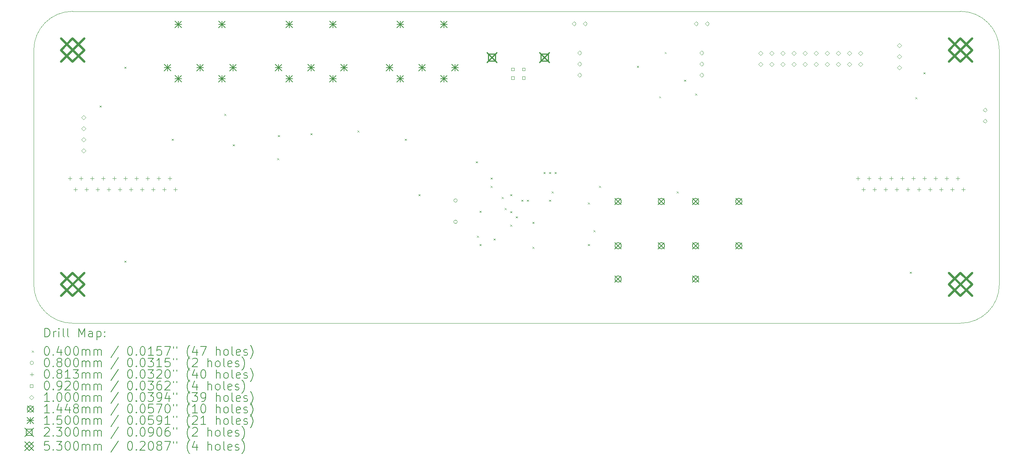
<source format=gbr>
%TF.GenerationSoftware,KiCad,Pcbnew,(6.0.8)*%
%TF.CreationDate,2022-11-10T12:51:54+01:00*%
%TF.ProjectId,hoatzin,686f6174-7a69-46e2-9e6b-696361645f70,rev?*%
%TF.SameCoordinates,Original*%
%TF.FileFunction,Drillmap*%
%TF.FilePolarity,Positive*%
%FSLAX45Y45*%
G04 Gerber Fmt 4.5, Leading zero omitted, Abs format (unit mm)*
G04 Created by KiCad (PCBNEW (6.0.8)) date 2022-11-10 12:51:54*
%MOMM*%
%LPD*%
G01*
G04 APERTURE LIST*
%ADD10C,0.100000*%
%ADD11C,0.200000*%
%ADD12C,0.040000*%
%ADD13C,0.080000*%
%ADD14C,0.081280*%
%ADD15C,0.092000*%
%ADD16C,0.144780*%
%ADD17C,0.150000*%
%ADD18C,0.230000*%
%ADD19C,0.530000*%
G04 APERTURE END LIST*
D10*
X25273000Y-5950000D02*
G75*
G03*
X24384000Y-5061000I-889000J0D01*
G01*
X24384000Y-12211000D02*
G75*
G03*
X25273000Y-11322000I0J889000D01*
G01*
X24384000Y-5061000D02*
X4064000Y-5061000D01*
X4064000Y-5061000D02*
G75*
G03*
X3175000Y-5950000I0J-889000D01*
G01*
X24384000Y-12211000D02*
X4064000Y-12211000D01*
X3175000Y-11322000D02*
X3175000Y-5950000D01*
X3175000Y-11322000D02*
G75*
G03*
X4064000Y-12211000I889000J0D01*
G01*
X25273000Y-5950000D02*
X25273000Y-11322000D01*
D11*
D12*
X4679000Y-7219000D02*
X4719000Y-7259000D01*
X4719000Y-7219000D02*
X4679000Y-7259000D01*
X5250500Y-6330000D02*
X5290500Y-6370000D01*
X5290500Y-6330000D02*
X5250500Y-6370000D01*
X5250500Y-10775000D02*
X5290500Y-10815000D01*
X5290500Y-10775000D02*
X5250500Y-10815000D01*
X6330000Y-7981000D02*
X6370000Y-8021000D01*
X6370000Y-7981000D02*
X6330000Y-8021000D01*
X7536500Y-7409500D02*
X7576500Y-7449500D01*
X7576500Y-7409500D02*
X7536500Y-7449500D01*
X7727000Y-8108000D02*
X7767000Y-8148000D01*
X7767000Y-8108000D02*
X7727000Y-8148000D01*
X8743000Y-8425500D02*
X8783000Y-8465500D01*
X8783000Y-8425500D02*
X8743000Y-8465500D01*
X8762200Y-7898300D02*
X8802200Y-7938300D01*
X8802200Y-7898300D02*
X8762200Y-7938300D01*
X9505000Y-7854000D02*
X9545000Y-7894000D01*
X9545000Y-7854000D02*
X9505000Y-7894000D01*
X10584500Y-7790500D02*
X10624500Y-7830500D01*
X10624500Y-7790500D02*
X10584500Y-7830500D01*
X11664000Y-7981000D02*
X11704000Y-8021000D01*
X11704000Y-7981000D02*
X11664000Y-8021000D01*
X11981500Y-9251000D02*
X12021500Y-9291000D01*
X12021500Y-9251000D02*
X11981500Y-9291000D01*
X13289600Y-8498598D02*
X13329600Y-8538598D01*
X13329600Y-8498598D02*
X13289600Y-8538598D01*
X13315000Y-10203500D02*
X13355000Y-10243500D01*
X13355000Y-10203500D02*
X13315000Y-10243500D01*
X13378500Y-9632000D02*
X13418500Y-9672000D01*
X13418500Y-9632000D02*
X13378500Y-9672000D01*
X13378500Y-10394000D02*
X13418500Y-10434000D01*
X13418500Y-10394000D02*
X13378500Y-10434000D01*
X13632500Y-8870000D02*
X13672500Y-8910000D01*
X13672500Y-8870000D02*
X13632500Y-8910000D01*
X13632500Y-9060500D02*
X13672500Y-9100500D01*
X13672500Y-9060500D02*
X13632500Y-9100500D01*
X13696000Y-10267000D02*
X13736000Y-10307000D01*
X13736000Y-10267000D02*
X13696000Y-10307000D01*
X13886500Y-9314500D02*
X13926500Y-9354500D01*
X13926500Y-9314500D02*
X13886500Y-9354500D01*
X13950000Y-9568500D02*
X13990000Y-9608500D01*
X13990000Y-9568500D02*
X13950000Y-9608500D01*
X14077000Y-9251000D02*
X14117000Y-9291000D01*
X14117000Y-9251000D02*
X14077000Y-9291000D01*
X14077000Y-9640950D02*
X14117000Y-9680950D01*
X14117000Y-9640950D02*
X14077000Y-9680950D01*
X14077000Y-9949500D02*
X14117000Y-9989500D01*
X14117000Y-9949500D02*
X14077000Y-9989500D01*
X14204000Y-9759000D02*
X14244000Y-9799000D01*
X14244000Y-9759000D02*
X14204000Y-9799000D01*
X14331000Y-9378000D02*
X14371000Y-9418000D01*
X14371000Y-9378000D02*
X14331000Y-9418000D01*
X14458000Y-9378000D02*
X14498000Y-9418000D01*
X14498000Y-9378000D02*
X14458000Y-9418000D01*
X14585000Y-9886000D02*
X14625000Y-9926000D01*
X14625000Y-9886000D02*
X14585000Y-9926000D01*
X14585000Y-10457500D02*
X14625000Y-10497500D01*
X14625000Y-10457500D02*
X14585000Y-10497500D01*
X14839000Y-8743000D02*
X14879000Y-8783000D01*
X14879000Y-8743000D02*
X14839000Y-8783000D01*
X14966000Y-8743000D02*
X15006000Y-8783000D01*
X15006000Y-8743000D02*
X14966000Y-8783000D01*
X14966000Y-9378000D02*
X15006000Y-9418000D01*
X15006000Y-9378000D02*
X14966000Y-9418000D01*
X15029500Y-9187500D02*
X15069500Y-9227500D01*
X15069500Y-9187500D02*
X15029500Y-9227500D01*
X15093000Y-8743000D02*
X15133000Y-8783000D01*
X15133000Y-8743000D02*
X15093000Y-8783000D01*
X15855000Y-9441500D02*
X15895000Y-9481500D01*
X15895000Y-9441500D02*
X15855000Y-9481500D01*
X15855000Y-10394000D02*
X15895000Y-10434000D01*
X15895000Y-10394000D02*
X15855000Y-10434000D01*
X15982000Y-10076500D02*
X16022000Y-10116500D01*
X16022000Y-10076500D02*
X15982000Y-10116500D01*
X16109000Y-9060500D02*
X16149000Y-9100500D01*
X16149000Y-9060500D02*
X16109000Y-9100500D01*
X16979200Y-6310700D02*
X17019200Y-6350700D01*
X17019200Y-6310700D02*
X16979200Y-6350700D01*
X17487200Y-7009200D02*
X17527200Y-7049200D01*
X17527200Y-7009200D02*
X17487200Y-7049200D01*
X17614200Y-5993200D02*
X17654200Y-6033200D01*
X17654200Y-5993200D02*
X17614200Y-6033200D01*
X17887000Y-9187500D02*
X17927000Y-9227500D01*
X17927000Y-9187500D02*
X17887000Y-9227500D01*
X18058700Y-6628200D02*
X18098700Y-6668200D01*
X18098700Y-6628200D02*
X18058700Y-6668200D01*
X18312700Y-6945700D02*
X18352700Y-6985700D01*
X18352700Y-6945700D02*
X18312700Y-6985700D01*
X23221000Y-11029000D02*
X23261000Y-11069000D01*
X23261000Y-11029000D02*
X23221000Y-11069000D01*
X23348000Y-7028500D02*
X23388000Y-7068500D01*
X23388000Y-7028500D02*
X23348000Y-7068500D01*
X23538500Y-6457000D02*
X23578500Y-6497000D01*
X23578500Y-6457000D02*
X23538500Y-6497000D01*
D13*
X12867000Y-9398000D02*
G75*
G03*
X12867000Y-9398000I-40000J0D01*
G01*
X12867000Y-9886000D02*
G75*
G03*
X12867000Y-9886000I-40000J0D01*
G01*
D14*
X4000500Y-8849360D02*
X4000500Y-8930640D01*
X3959860Y-8890000D02*
X4041140Y-8890000D01*
X4127500Y-9103360D02*
X4127500Y-9184640D01*
X4086860Y-9144000D02*
X4168140Y-9144000D01*
X4254500Y-8849360D02*
X4254500Y-8930640D01*
X4213860Y-8890000D02*
X4295140Y-8890000D01*
X4381500Y-9103360D02*
X4381500Y-9184640D01*
X4340860Y-9144000D02*
X4422140Y-9144000D01*
X4508500Y-8849360D02*
X4508500Y-8930640D01*
X4467860Y-8890000D02*
X4549140Y-8890000D01*
X4635500Y-9103360D02*
X4635500Y-9184640D01*
X4594860Y-9144000D02*
X4676140Y-9144000D01*
X4762500Y-8849360D02*
X4762500Y-8930640D01*
X4721860Y-8890000D02*
X4803140Y-8890000D01*
X4889500Y-9103360D02*
X4889500Y-9184640D01*
X4848860Y-9144000D02*
X4930140Y-9144000D01*
X5016500Y-8849360D02*
X5016500Y-8930640D01*
X4975860Y-8890000D02*
X5057140Y-8890000D01*
X5143500Y-9103360D02*
X5143500Y-9184640D01*
X5102860Y-9144000D02*
X5184140Y-9144000D01*
X5270500Y-8849360D02*
X5270500Y-8930640D01*
X5229860Y-8890000D02*
X5311140Y-8890000D01*
X5397500Y-9103360D02*
X5397500Y-9184640D01*
X5356860Y-9144000D02*
X5438140Y-9144000D01*
X5524500Y-8849360D02*
X5524500Y-8930640D01*
X5483860Y-8890000D02*
X5565140Y-8890000D01*
X5651500Y-9103360D02*
X5651500Y-9184640D01*
X5610860Y-9144000D02*
X5692140Y-9144000D01*
X5778500Y-8849360D02*
X5778500Y-8930640D01*
X5737860Y-8890000D02*
X5819140Y-8890000D01*
X5905500Y-9103360D02*
X5905500Y-9184640D01*
X5864860Y-9144000D02*
X5946140Y-9144000D01*
X6032500Y-8849360D02*
X6032500Y-8930640D01*
X5991860Y-8890000D02*
X6073140Y-8890000D01*
X6159500Y-9103360D02*
X6159500Y-9184640D01*
X6118860Y-9144000D02*
X6200140Y-9144000D01*
X6286500Y-8849360D02*
X6286500Y-8930640D01*
X6245860Y-8890000D02*
X6327140Y-8890000D01*
X6413500Y-9103360D02*
X6413500Y-9184640D01*
X6372860Y-9144000D02*
X6454140Y-9144000D01*
X22034500Y-8849360D02*
X22034500Y-8930640D01*
X21993860Y-8890000D02*
X22075140Y-8890000D01*
X22161500Y-9103360D02*
X22161500Y-9184640D01*
X22120860Y-9144000D02*
X22202140Y-9144000D01*
X22288500Y-8849360D02*
X22288500Y-8930640D01*
X22247860Y-8890000D02*
X22329140Y-8890000D01*
X22415500Y-9103360D02*
X22415500Y-9184640D01*
X22374860Y-9144000D02*
X22456140Y-9144000D01*
X22542500Y-8849360D02*
X22542500Y-8930640D01*
X22501860Y-8890000D02*
X22583140Y-8890000D01*
X22669500Y-9103360D02*
X22669500Y-9184640D01*
X22628860Y-9144000D02*
X22710140Y-9144000D01*
X22796500Y-8849360D02*
X22796500Y-8930640D01*
X22755860Y-8890000D02*
X22837140Y-8890000D01*
X22923500Y-9103360D02*
X22923500Y-9184640D01*
X22882860Y-9144000D02*
X22964140Y-9144000D01*
X23050500Y-8849360D02*
X23050500Y-8930640D01*
X23009860Y-8890000D02*
X23091140Y-8890000D01*
X23177500Y-9103360D02*
X23177500Y-9184640D01*
X23136860Y-9144000D02*
X23218140Y-9144000D01*
X23304500Y-8849360D02*
X23304500Y-8930640D01*
X23263860Y-8890000D02*
X23345140Y-8890000D01*
X23431500Y-9103360D02*
X23431500Y-9184640D01*
X23390860Y-9144000D02*
X23472140Y-9144000D01*
X23558500Y-8849360D02*
X23558500Y-8930640D01*
X23517860Y-8890000D02*
X23599140Y-8890000D01*
X23685500Y-9103360D02*
X23685500Y-9184640D01*
X23644860Y-9144000D02*
X23726140Y-9144000D01*
X23812500Y-8849360D02*
X23812500Y-8930640D01*
X23771860Y-8890000D02*
X23853140Y-8890000D01*
X23939500Y-9103360D02*
X23939500Y-9184640D01*
X23898860Y-9144000D02*
X23980140Y-9144000D01*
X24066500Y-8849360D02*
X24066500Y-8930640D01*
X24025860Y-8890000D02*
X24107140Y-8890000D01*
X24193500Y-9103360D02*
X24193500Y-9184640D01*
X24152860Y-9144000D02*
X24234140Y-9144000D01*
X24320500Y-8849360D02*
X24320500Y-8930640D01*
X24279860Y-8890000D02*
X24361140Y-8890000D01*
X24447500Y-9103360D02*
X24447500Y-9184640D01*
X24406860Y-9144000D02*
X24488140Y-9144000D01*
D15*
X14169627Y-6421127D02*
X14169627Y-6356073D01*
X14104573Y-6356073D01*
X14104573Y-6421127D01*
X14169627Y-6421127D01*
X14169627Y-6621127D02*
X14169627Y-6556073D01*
X14104573Y-6556073D01*
X14104573Y-6621127D01*
X14169627Y-6621127D01*
X14419627Y-6421127D02*
X14419627Y-6356073D01*
X14354573Y-6356073D01*
X14354573Y-6421127D01*
X14419627Y-6421127D01*
X14419627Y-6621127D02*
X14419627Y-6556073D01*
X14354573Y-6556073D01*
X14354573Y-6621127D01*
X14419627Y-6621127D01*
D10*
X4318000Y-7543000D02*
X4368000Y-7493000D01*
X4318000Y-7443000D01*
X4268000Y-7493000D01*
X4318000Y-7543000D01*
X4318000Y-7797000D02*
X4368000Y-7747000D01*
X4318000Y-7697000D01*
X4268000Y-7747000D01*
X4318000Y-7797000D01*
X4318000Y-8051000D02*
X4368000Y-8001000D01*
X4318000Y-7951000D01*
X4268000Y-8001000D01*
X4318000Y-8051000D01*
X4318000Y-8305000D02*
X4368000Y-8255000D01*
X4318000Y-8205000D01*
X4268000Y-8255000D01*
X4318000Y-8305000D01*
X15538700Y-5396200D02*
X15588700Y-5346200D01*
X15538700Y-5296200D01*
X15488700Y-5346200D01*
X15538700Y-5396200D01*
X15665700Y-6063200D02*
X15715700Y-6013200D01*
X15665700Y-5963200D01*
X15615700Y-6013200D01*
X15665700Y-6063200D01*
X15665700Y-6317200D02*
X15715700Y-6267200D01*
X15665700Y-6217200D01*
X15615700Y-6267200D01*
X15665700Y-6317200D01*
X15665700Y-6571200D02*
X15715700Y-6521200D01*
X15665700Y-6471200D01*
X15615700Y-6521200D01*
X15665700Y-6571200D01*
X15792700Y-5396200D02*
X15842700Y-5346200D01*
X15792700Y-5296200D01*
X15742700Y-5346200D01*
X15792700Y-5396200D01*
X18332700Y-5396200D02*
X18382700Y-5346200D01*
X18332700Y-5296200D01*
X18282700Y-5346200D01*
X18332700Y-5396200D01*
X18459700Y-6061700D02*
X18509700Y-6011700D01*
X18459700Y-5961700D01*
X18409700Y-6011700D01*
X18459700Y-6061700D01*
X18459700Y-6315700D02*
X18509700Y-6265700D01*
X18459700Y-6215700D01*
X18409700Y-6265700D01*
X18459700Y-6315700D01*
X18459700Y-6569700D02*
X18509700Y-6519700D01*
X18459700Y-6469700D01*
X18409700Y-6519700D01*
X18459700Y-6569700D01*
X18586700Y-5396200D02*
X18636700Y-5346200D01*
X18586700Y-5296200D01*
X18536700Y-5346200D01*
X18586700Y-5396200D01*
X19812000Y-6070750D02*
X19862000Y-6020750D01*
X19812000Y-5970750D01*
X19762000Y-6020750D01*
X19812000Y-6070750D01*
X19812000Y-6324750D02*
X19862000Y-6274750D01*
X19812000Y-6224750D01*
X19762000Y-6274750D01*
X19812000Y-6324750D01*
X20066000Y-6070750D02*
X20116000Y-6020750D01*
X20066000Y-5970750D01*
X20016000Y-6020750D01*
X20066000Y-6070750D01*
X20066000Y-6324750D02*
X20116000Y-6274750D01*
X20066000Y-6224750D01*
X20016000Y-6274750D01*
X20066000Y-6324750D01*
X20320000Y-6070750D02*
X20370000Y-6020750D01*
X20320000Y-5970750D01*
X20270000Y-6020750D01*
X20320000Y-6070750D01*
X20320000Y-6324750D02*
X20370000Y-6274750D01*
X20320000Y-6224750D01*
X20270000Y-6274750D01*
X20320000Y-6324750D01*
X20574000Y-6070750D02*
X20624000Y-6020750D01*
X20574000Y-5970750D01*
X20524000Y-6020750D01*
X20574000Y-6070750D01*
X20574000Y-6324750D02*
X20624000Y-6274750D01*
X20574000Y-6224750D01*
X20524000Y-6274750D01*
X20574000Y-6324750D01*
X20828000Y-6070750D02*
X20878000Y-6020750D01*
X20828000Y-5970750D01*
X20778000Y-6020750D01*
X20828000Y-6070750D01*
X20828000Y-6324750D02*
X20878000Y-6274750D01*
X20828000Y-6224750D01*
X20778000Y-6274750D01*
X20828000Y-6324750D01*
X21082000Y-6070750D02*
X21132000Y-6020750D01*
X21082000Y-5970750D01*
X21032000Y-6020750D01*
X21082000Y-6070750D01*
X21082000Y-6324750D02*
X21132000Y-6274750D01*
X21082000Y-6224750D01*
X21032000Y-6274750D01*
X21082000Y-6324750D01*
X21336000Y-6070750D02*
X21386000Y-6020750D01*
X21336000Y-5970750D01*
X21286000Y-6020750D01*
X21336000Y-6070750D01*
X21336000Y-6324750D02*
X21386000Y-6274750D01*
X21336000Y-6224750D01*
X21286000Y-6274750D01*
X21336000Y-6324750D01*
X21590000Y-6070750D02*
X21640000Y-6020750D01*
X21590000Y-5970750D01*
X21540000Y-6020750D01*
X21590000Y-6070750D01*
X21590000Y-6324750D02*
X21640000Y-6274750D01*
X21590000Y-6224750D01*
X21540000Y-6274750D01*
X21590000Y-6324750D01*
X21844000Y-6070750D02*
X21894000Y-6020750D01*
X21844000Y-5970750D01*
X21794000Y-6020750D01*
X21844000Y-6070750D01*
X21844000Y-6324750D02*
X21894000Y-6274750D01*
X21844000Y-6224750D01*
X21794000Y-6274750D01*
X21844000Y-6324750D01*
X22098000Y-6070750D02*
X22148000Y-6020750D01*
X22098000Y-5970750D01*
X22048000Y-6020750D01*
X22098000Y-6070750D01*
X22098000Y-6324750D02*
X22148000Y-6274750D01*
X22098000Y-6224750D01*
X22048000Y-6274750D01*
X22098000Y-6324750D01*
X22987000Y-5893500D02*
X23037000Y-5843500D01*
X22987000Y-5793500D01*
X22937000Y-5843500D01*
X22987000Y-5893500D01*
X22987000Y-6147500D02*
X23037000Y-6097500D01*
X22987000Y-6047500D01*
X22937000Y-6097500D01*
X22987000Y-6147500D01*
X22987000Y-6401500D02*
X23037000Y-6351500D01*
X22987000Y-6301500D01*
X22937000Y-6351500D01*
X22987000Y-6401500D01*
X24945000Y-7371000D02*
X24995000Y-7321000D01*
X24945000Y-7271000D01*
X24895000Y-7321000D01*
X24945000Y-7371000D01*
X24945000Y-7625000D02*
X24995000Y-7575000D01*
X24945000Y-7525000D01*
X24895000Y-7575000D01*
X24945000Y-7625000D01*
D16*
X16476610Y-9345910D02*
X16621390Y-9490690D01*
X16621390Y-9345910D02*
X16476610Y-9490690D01*
X16621390Y-9418300D02*
G75*
G03*
X16621390Y-9418300I-72390J0D01*
G01*
X16476610Y-10361910D02*
X16621390Y-10506690D01*
X16621390Y-10361910D02*
X16476610Y-10506690D01*
X16621390Y-10434300D02*
G75*
G03*
X16621390Y-10434300I-72390J0D01*
G01*
X16476610Y-11123910D02*
X16621390Y-11268690D01*
X16621390Y-11123910D02*
X16476610Y-11268690D01*
X16621390Y-11196300D02*
G75*
G03*
X16621390Y-11196300I-72390J0D01*
G01*
X17467210Y-9345910D02*
X17611990Y-9490690D01*
X17611990Y-9345910D02*
X17467210Y-9490690D01*
X17611990Y-9418300D02*
G75*
G03*
X17611990Y-9418300I-72390J0D01*
G01*
X17467210Y-10361910D02*
X17611990Y-10506690D01*
X17611990Y-10361910D02*
X17467210Y-10506690D01*
X17611990Y-10434300D02*
G75*
G03*
X17611990Y-10434300I-72390J0D01*
G01*
X18248610Y-9345910D02*
X18393390Y-9490690D01*
X18393390Y-9345910D02*
X18248610Y-9490690D01*
X18393390Y-9418300D02*
G75*
G03*
X18393390Y-9418300I-72390J0D01*
G01*
X18248610Y-10361910D02*
X18393390Y-10506690D01*
X18393390Y-10361910D02*
X18248610Y-10506690D01*
X18393390Y-10434300D02*
G75*
G03*
X18393390Y-10434300I-72390J0D01*
G01*
X18248610Y-11123910D02*
X18393390Y-11268690D01*
X18393390Y-11123910D02*
X18248610Y-11268690D01*
X18393390Y-11196300D02*
G75*
G03*
X18393390Y-11196300I-72390J0D01*
G01*
X19239210Y-9345910D02*
X19383990Y-9490690D01*
X19383990Y-9345910D02*
X19239210Y-9490690D01*
X19383990Y-9418300D02*
G75*
G03*
X19383990Y-9418300I-72390J0D01*
G01*
X19239210Y-10361910D02*
X19383990Y-10506690D01*
X19383990Y-10361910D02*
X19239210Y-10506690D01*
X19383990Y-10434300D02*
G75*
G03*
X19383990Y-10434300I-72390J0D01*
G01*
D17*
X6160000Y-6277900D02*
X6310000Y-6427900D01*
X6310000Y-6277900D02*
X6160000Y-6427900D01*
X6235000Y-6277900D02*
X6235000Y-6427900D01*
X6160000Y-6352900D02*
X6310000Y-6352900D01*
X6410000Y-5287900D02*
X6560000Y-5437900D01*
X6560000Y-5287900D02*
X6410000Y-5437900D01*
X6485000Y-5287900D02*
X6485000Y-5437900D01*
X6410000Y-5362900D02*
X6560000Y-5362900D01*
X6410000Y-6527900D02*
X6560000Y-6677900D01*
X6560000Y-6527900D02*
X6410000Y-6677900D01*
X6485000Y-6527900D02*
X6485000Y-6677900D01*
X6410000Y-6602900D02*
X6560000Y-6602900D01*
X6910000Y-6277900D02*
X7060000Y-6427900D01*
X7060000Y-6277900D02*
X6910000Y-6427900D01*
X6985000Y-6277900D02*
X6985000Y-6427900D01*
X6910000Y-6352900D02*
X7060000Y-6352900D01*
X7410000Y-5287900D02*
X7560000Y-5437900D01*
X7560000Y-5287900D02*
X7410000Y-5437900D01*
X7485000Y-5287900D02*
X7485000Y-5437900D01*
X7410000Y-5362900D02*
X7560000Y-5362900D01*
X7410000Y-6527900D02*
X7560000Y-6677900D01*
X7560000Y-6527900D02*
X7410000Y-6677900D01*
X7485000Y-6527900D02*
X7485000Y-6677900D01*
X7410000Y-6602900D02*
X7560000Y-6602900D01*
X7660000Y-6277900D02*
X7810000Y-6427900D01*
X7810000Y-6277900D02*
X7660000Y-6427900D01*
X7735000Y-6277900D02*
X7735000Y-6427900D01*
X7660000Y-6352900D02*
X7810000Y-6352900D01*
X8700000Y-6277900D02*
X8850000Y-6427900D01*
X8850000Y-6277900D02*
X8700000Y-6427900D01*
X8775000Y-6277900D02*
X8775000Y-6427900D01*
X8700000Y-6352900D02*
X8850000Y-6352900D01*
X8950000Y-5287900D02*
X9100000Y-5437900D01*
X9100000Y-5287900D02*
X8950000Y-5437900D01*
X9025000Y-5287900D02*
X9025000Y-5437900D01*
X8950000Y-5362900D02*
X9100000Y-5362900D01*
X8950000Y-6527900D02*
X9100000Y-6677900D01*
X9100000Y-6527900D02*
X8950000Y-6677900D01*
X9025000Y-6527900D02*
X9025000Y-6677900D01*
X8950000Y-6602900D02*
X9100000Y-6602900D01*
X9450000Y-6277900D02*
X9600000Y-6427900D01*
X9600000Y-6277900D02*
X9450000Y-6427900D01*
X9525000Y-6277900D02*
X9525000Y-6427900D01*
X9450000Y-6352900D02*
X9600000Y-6352900D01*
X9950000Y-5287900D02*
X10100000Y-5437900D01*
X10100000Y-5287900D02*
X9950000Y-5437900D01*
X10025000Y-5287900D02*
X10025000Y-5437900D01*
X9950000Y-5362900D02*
X10100000Y-5362900D01*
X9950000Y-6527900D02*
X10100000Y-6677900D01*
X10100000Y-6527900D02*
X9950000Y-6677900D01*
X10025000Y-6527900D02*
X10025000Y-6677900D01*
X9950000Y-6602900D02*
X10100000Y-6602900D01*
X10200000Y-6277900D02*
X10350000Y-6427900D01*
X10350000Y-6277900D02*
X10200000Y-6427900D01*
X10275000Y-6277900D02*
X10275000Y-6427900D01*
X10200000Y-6352900D02*
X10350000Y-6352900D01*
X11240000Y-6277900D02*
X11390000Y-6427900D01*
X11390000Y-6277900D02*
X11240000Y-6427900D01*
X11315000Y-6277900D02*
X11315000Y-6427900D01*
X11240000Y-6352900D02*
X11390000Y-6352900D01*
X11490000Y-5287900D02*
X11640000Y-5437900D01*
X11640000Y-5287900D02*
X11490000Y-5437900D01*
X11565000Y-5287900D02*
X11565000Y-5437900D01*
X11490000Y-5362900D02*
X11640000Y-5362900D01*
X11490000Y-6527900D02*
X11640000Y-6677900D01*
X11640000Y-6527900D02*
X11490000Y-6677900D01*
X11565000Y-6527900D02*
X11565000Y-6677900D01*
X11490000Y-6602900D02*
X11640000Y-6602900D01*
X11990000Y-6277900D02*
X12140000Y-6427900D01*
X12140000Y-6277900D02*
X11990000Y-6427900D01*
X12065000Y-6277900D02*
X12065000Y-6427900D01*
X11990000Y-6352900D02*
X12140000Y-6352900D01*
X12490000Y-5287900D02*
X12640000Y-5437900D01*
X12640000Y-5287900D02*
X12490000Y-5437900D01*
X12565000Y-5287900D02*
X12565000Y-5437900D01*
X12490000Y-5362900D02*
X12640000Y-5362900D01*
X12490000Y-6527900D02*
X12640000Y-6677900D01*
X12640000Y-6527900D02*
X12490000Y-6677900D01*
X12565000Y-6527900D02*
X12565000Y-6677900D01*
X12490000Y-6602900D02*
X12640000Y-6602900D01*
X12740000Y-6277900D02*
X12890000Y-6427900D01*
X12890000Y-6277900D02*
X12740000Y-6427900D01*
X12815000Y-6277900D02*
X12815000Y-6427900D01*
X12740000Y-6352900D02*
X12890000Y-6352900D01*
D18*
X13545100Y-6002600D02*
X13775100Y-6232600D01*
X13775100Y-6002600D02*
X13545100Y-6232600D01*
X13741418Y-6198918D02*
X13741418Y-6036282D01*
X13578782Y-6036282D01*
X13578782Y-6198918D01*
X13741418Y-6198918D01*
X14749100Y-6002600D02*
X14979100Y-6232600D01*
X14979100Y-6002600D02*
X14749100Y-6232600D01*
X14945418Y-6198918D02*
X14945418Y-6036282D01*
X14782782Y-6036282D01*
X14782782Y-6198918D01*
X14945418Y-6198918D01*
D19*
X3799000Y-5685000D02*
X4329000Y-6215000D01*
X4329000Y-5685000D02*
X3799000Y-6215000D01*
X4064000Y-6215000D02*
X4329000Y-5950000D01*
X4064000Y-5685000D01*
X3799000Y-5950000D01*
X4064000Y-6215000D01*
X3799000Y-11057000D02*
X4329000Y-11587000D01*
X4329000Y-11057000D02*
X3799000Y-11587000D01*
X4064000Y-11587000D02*
X4329000Y-11322000D01*
X4064000Y-11057000D01*
X3799000Y-11322000D01*
X4064000Y-11587000D01*
X24119000Y-5685000D02*
X24649000Y-6215000D01*
X24649000Y-5685000D02*
X24119000Y-6215000D01*
X24384000Y-6215000D02*
X24649000Y-5950000D01*
X24384000Y-5685000D01*
X24119000Y-5950000D01*
X24384000Y-6215000D01*
X24119000Y-11057000D02*
X24649000Y-11587000D01*
X24649000Y-11057000D02*
X24119000Y-11587000D01*
X24384000Y-11587000D02*
X24649000Y-11322000D01*
X24384000Y-11057000D01*
X24119000Y-11322000D01*
X24384000Y-11587000D01*
D11*
X3427619Y-12526476D02*
X3427619Y-12326476D01*
X3475238Y-12326476D01*
X3503809Y-12336000D01*
X3522857Y-12355048D01*
X3532381Y-12374095D01*
X3541905Y-12412190D01*
X3541905Y-12440762D01*
X3532381Y-12478857D01*
X3522857Y-12497905D01*
X3503809Y-12516952D01*
X3475238Y-12526476D01*
X3427619Y-12526476D01*
X3627619Y-12526476D02*
X3627619Y-12393143D01*
X3627619Y-12431238D02*
X3637143Y-12412190D01*
X3646667Y-12402667D01*
X3665714Y-12393143D01*
X3684762Y-12393143D01*
X3751428Y-12526476D02*
X3751428Y-12393143D01*
X3751428Y-12326476D02*
X3741905Y-12336000D01*
X3751428Y-12345524D01*
X3760952Y-12336000D01*
X3751428Y-12326476D01*
X3751428Y-12345524D01*
X3875238Y-12526476D02*
X3856190Y-12516952D01*
X3846667Y-12497905D01*
X3846667Y-12326476D01*
X3980000Y-12526476D02*
X3960952Y-12516952D01*
X3951428Y-12497905D01*
X3951428Y-12326476D01*
X4208571Y-12526476D02*
X4208571Y-12326476D01*
X4275238Y-12469333D01*
X4341905Y-12326476D01*
X4341905Y-12526476D01*
X4522857Y-12526476D02*
X4522857Y-12421714D01*
X4513333Y-12402667D01*
X4494286Y-12393143D01*
X4456190Y-12393143D01*
X4437143Y-12402667D01*
X4522857Y-12516952D02*
X4503810Y-12526476D01*
X4456190Y-12526476D01*
X4437143Y-12516952D01*
X4427619Y-12497905D01*
X4427619Y-12478857D01*
X4437143Y-12459809D01*
X4456190Y-12450286D01*
X4503810Y-12450286D01*
X4522857Y-12440762D01*
X4618095Y-12393143D02*
X4618095Y-12593143D01*
X4618095Y-12402667D02*
X4637143Y-12393143D01*
X4675238Y-12393143D01*
X4694286Y-12402667D01*
X4703810Y-12412190D01*
X4713333Y-12431238D01*
X4713333Y-12488381D01*
X4703810Y-12507428D01*
X4694286Y-12516952D01*
X4675238Y-12526476D01*
X4637143Y-12526476D01*
X4618095Y-12516952D01*
X4799048Y-12507428D02*
X4808571Y-12516952D01*
X4799048Y-12526476D01*
X4789524Y-12516952D01*
X4799048Y-12507428D01*
X4799048Y-12526476D01*
X4799048Y-12402667D02*
X4808571Y-12412190D01*
X4799048Y-12421714D01*
X4789524Y-12412190D01*
X4799048Y-12402667D01*
X4799048Y-12421714D01*
D12*
X3130000Y-12836000D02*
X3170000Y-12876000D01*
X3170000Y-12836000D02*
X3130000Y-12876000D01*
D11*
X3465714Y-12746476D02*
X3484762Y-12746476D01*
X3503809Y-12756000D01*
X3513333Y-12765524D01*
X3522857Y-12784571D01*
X3532381Y-12822667D01*
X3532381Y-12870286D01*
X3522857Y-12908381D01*
X3513333Y-12927428D01*
X3503809Y-12936952D01*
X3484762Y-12946476D01*
X3465714Y-12946476D01*
X3446667Y-12936952D01*
X3437143Y-12927428D01*
X3427619Y-12908381D01*
X3418095Y-12870286D01*
X3418095Y-12822667D01*
X3427619Y-12784571D01*
X3437143Y-12765524D01*
X3446667Y-12756000D01*
X3465714Y-12746476D01*
X3618095Y-12927428D02*
X3627619Y-12936952D01*
X3618095Y-12946476D01*
X3608571Y-12936952D01*
X3618095Y-12927428D01*
X3618095Y-12946476D01*
X3799048Y-12813143D02*
X3799048Y-12946476D01*
X3751428Y-12736952D02*
X3703809Y-12879809D01*
X3827619Y-12879809D01*
X3941905Y-12746476D02*
X3960952Y-12746476D01*
X3980000Y-12756000D01*
X3989524Y-12765524D01*
X3999048Y-12784571D01*
X4008571Y-12822667D01*
X4008571Y-12870286D01*
X3999048Y-12908381D01*
X3989524Y-12927428D01*
X3980000Y-12936952D01*
X3960952Y-12946476D01*
X3941905Y-12946476D01*
X3922857Y-12936952D01*
X3913333Y-12927428D01*
X3903809Y-12908381D01*
X3894286Y-12870286D01*
X3894286Y-12822667D01*
X3903809Y-12784571D01*
X3913333Y-12765524D01*
X3922857Y-12756000D01*
X3941905Y-12746476D01*
X4132381Y-12746476D02*
X4151428Y-12746476D01*
X4170476Y-12756000D01*
X4180000Y-12765524D01*
X4189524Y-12784571D01*
X4199048Y-12822667D01*
X4199048Y-12870286D01*
X4189524Y-12908381D01*
X4180000Y-12927428D01*
X4170476Y-12936952D01*
X4151428Y-12946476D01*
X4132381Y-12946476D01*
X4113333Y-12936952D01*
X4103809Y-12927428D01*
X4094286Y-12908381D01*
X4084762Y-12870286D01*
X4084762Y-12822667D01*
X4094286Y-12784571D01*
X4103809Y-12765524D01*
X4113333Y-12756000D01*
X4132381Y-12746476D01*
X4284762Y-12946476D02*
X4284762Y-12813143D01*
X4284762Y-12832190D02*
X4294286Y-12822667D01*
X4313333Y-12813143D01*
X4341905Y-12813143D01*
X4360952Y-12822667D01*
X4370476Y-12841714D01*
X4370476Y-12946476D01*
X4370476Y-12841714D02*
X4380000Y-12822667D01*
X4399048Y-12813143D01*
X4427619Y-12813143D01*
X4446667Y-12822667D01*
X4456190Y-12841714D01*
X4456190Y-12946476D01*
X4551429Y-12946476D02*
X4551429Y-12813143D01*
X4551429Y-12832190D02*
X4560952Y-12822667D01*
X4580000Y-12813143D01*
X4608571Y-12813143D01*
X4627619Y-12822667D01*
X4637143Y-12841714D01*
X4637143Y-12946476D01*
X4637143Y-12841714D02*
X4646667Y-12822667D01*
X4665714Y-12813143D01*
X4694286Y-12813143D01*
X4713333Y-12822667D01*
X4722857Y-12841714D01*
X4722857Y-12946476D01*
X5113333Y-12736952D02*
X4941905Y-12994095D01*
X5370476Y-12746476D02*
X5389524Y-12746476D01*
X5408571Y-12756000D01*
X5418095Y-12765524D01*
X5427619Y-12784571D01*
X5437143Y-12822667D01*
X5437143Y-12870286D01*
X5427619Y-12908381D01*
X5418095Y-12927428D01*
X5408571Y-12936952D01*
X5389524Y-12946476D01*
X5370476Y-12946476D01*
X5351429Y-12936952D01*
X5341905Y-12927428D01*
X5332381Y-12908381D01*
X5322857Y-12870286D01*
X5322857Y-12822667D01*
X5332381Y-12784571D01*
X5341905Y-12765524D01*
X5351429Y-12756000D01*
X5370476Y-12746476D01*
X5522857Y-12927428D02*
X5532381Y-12936952D01*
X5522857Y-12946476D01*
X5513333Y-12936952D01*
X5522857Y-12927428D01*
X5522857Y-12946476D01*
X5656190Y-12746476D02*
X5675238Y-12746476D01*
X5694286Y-12756000D01*
X5703809Y-12765524D01*
X5713333Y-12784571D01*
X5722857Y-12822667D01*
X5722857Y-12870286D01*
X5713333Y-12908381D01*
X5703809Y-12927428D01*
X5694286Y-12936952D01*
X5675238Y-12946476D01*
X5656190Y-12946476D01*
X5637143Y-12936952D01*
X5627619Y-12927428D01*
X5618095Y-12908381D01*
X5608571Y-12870286D01*
X5608571Y-12822667D01*
X5618095Y-12784571D01*
X5627619Y-12765524D01*
X5637143Y-12756000D01*
X5656190Y-12746476D01*
X5913333Y-12946476D02*
X5799048Y-12946476D01*
X5856190Y-12946476D02*
X5856190Y-12746476D01*
X5837143Y-12775048D01*
X5818095Y-12794095D01*
X5799048Y-12803619D01*
X6094286Y-12746476D02*
X5999048Y-12746476D01*
X5989524Y-12841714D01*
X5999048Y-12832190D01*
X6018095Y-12822667D01*
X6065714Y-12822667D01*
X6084762Y-12832190D01*
X6094286Y-12841714D01*
X6103809Y-12860762D01*
X6103809Y-12908381D01*
X6094286Y-12927428D01*
X6084762Y-12936952D01*
X6065714Y-12946476D01*
X6018095Y-12946476D01*
X5999048Y-12936952D01*
X5989524Y-12927428D01*
X6170476Y-12746476D02*
X6303809Y-12746476D01*
X6218095Y-12946476D01*
X6370476Y-12746476D02*
X6370476Y-12784571D01*
X6446667Y-12746476D02*
X6446667Y-12784571D01*
X6741905Y-13022667D02*
X6732381Y-13013143D01*
X6713333Y-12984571D01*
X6703809Y-12965524D01*
X6694286Y-12936952D01*
X6684762Y-12889333D01*
X6684762Y-12851238D01*
X6694286Y-12803619D01*
X6703809Y-12775048D01*
X6713333Y-12756000D01*
X6732381Y-12727428D01*
X6741905Y-12717905D01*
X6903809Y-12813143D02*
X6903809Y-12946476D01*
X6856190Y-12736952D02*
X6808571Y-12879809D01*
X6932381Y-12879809D01*
X6989524Y-12746476D02*
X7122857Y-12746476D01*
X7037143Y-12946476D01*
X7351428Y-12946476D02*
X7351428Y-12746476D01*
X7437143Y-12946476D02*
X7437143Y-12841714D01*
X7427619Y-12822667D01*
X7408571Y-12813143D01*
X7380000Y-12813143D01*
X7360952Y-12822667D01*
X7351428Y-12832190D01*
X7560952Y-12946476D02*
X7541905Y-12936952D01*
X7532381Y-12927428D01*
X7522857Y-12908381D01*
X7522857Y-12851238D01*
X7532381Y-12832190D01*
X7541905Y-12822667D01*
X7560952Y-12813143D01*
X7589524Y-12813143D01*
X7608571Y-12822667D01*
X7618095Y-12832190D01*
X7627619Y-12851238D01*
X7627619Y-12908381D01*
X7618095Y-12927428D01*
X7608571Y-12936952D01*
X7589524Y-12946476D01*
X7560952Y-12946476D01*
X7741905Y-12946476D02*
X7722857Y-12936952D01*
X7713333Y-12917905D01*
X7713333Y-12746476D01*
X7894286Y-12936952D02*
X7875238Y-12946476D01*
X7837143Y-12946476D01*
X7818095Y-12936952D01*
X7808571Y-12917905D01*
X7808571Y-12841714D01*
X7818095Y-12822667D01*
X7837143Y-12813143D01*
X7875238Y-12813143D01*
X7894286Y-12822667D01*
X7903809Y-12841714D01*
X7903809Y-12860762D01*
X7808571Y-12879809D01*
X7980000Y-12936952D02*
X7999048Y-12946476D01*
X8037143Y-12946476D01*
X8056190Y-12936952D01*
X8065714Y-12917905D01*
X8065714Y-12908381D01*
X8056190Y-12889333D01*
X8037143Y-12879809D01*
X8008571Y-12879809D01*
X7989524Y-12870286D01*
X7980000Y-12851238D01*
X7980000Y-12841714D01*
X7989524Y-12822667D01*
X8008571Y-12813143D01*
X8037143Y-12813143D01*
X8056190Y-12822667D01*
X8132381Y-13022667D02*
X8141905Y-13013143D01*
X8160952Y-12984571D01*
X8170476Y-12965524D01*
X8180000Y-12936952D01*
X8189524Y-12889333D01*
X8189524Y-12851238D01*
X8180000Y-12803619D01*
X8170476Y-12775048D01*
X8160952Y-12756000D01*
X8141905Y-12727428D01*
X8132381Y-12717905D01*
D13*
X3170000Y-13120000D02*
G75*
G03*
X3170000Y-13120000I-40000J0D01*
G01*
D11*
X3465714Y-13010476D02*
X3484762Y-13010476D01*
X3503809Y-13020000D01*
X3513333Y-13029524D01*
X3522857Y-13048571D01*
X3532381Y-13086667D01*
X3532381Y-13134286D01*
X3522857Y-13172381D01*
X3513333Y-13191428D01*
X3503809Y-13200952D01*
X3484762Y-13210476D01*
X3465714Y-13210476D01*
X3446667Y-13200952D01*
X3437143Y-13191428D01*
X3427619Y-13172381D01*
X3418095Y-13134286D01*
X3418095Y-13086667D01*
X3427619Y-13048571D01*
X3437143Y-13029524D01*
X3446667Y-13020000D01*
X3465714Y-13010476D01*
X3618095Y-13191428D02*
X3627619Y-13200952D01*
X3618095Y-13210476D01*
X3608571Y-13200952D01*
X3618095Y-13191428D01*
X3618095Y-13210476D01*
X3741905Y-13096190D02*
X3722857Y-13086667D01*
X3713333Y-13077143D01*
X3703809Y-13058095D01*
X3703809Y-13048571D01*
X3713333Y-13029524D01*
X3722857Y-13020000D01*
X3741905Y-13010476D01*
X3780000Y-13010476D01*
X3799048Y-13020000D01*
X3808571Y-13029524D01*
X3818095Y-13048571D01*
X3818095Y-13058095D01*
X3808571Y-13077143D01*
X3799048Y-13086667D01*
X3780000Y-13096190D01*
X3741905Y-13096190D01*
X3722857Y-13105714D01*
X3713333Y-13115238D01*
X3703809Y-13134286D01*
X3703809Y-13172381D01*
X3713333Y-13191428D01*
X3722857Y-13200952D01*
X3741905Y-13210476D01*
X3780000Y-13210476D01*
X3799048Y-13200952D01*
X3808571Y-13191428D01*
X3818095Y-13172381D01*
X3818095Y-13134286D01*
X3808571Y-13115238D01*
X3799048Y-13105714D01*
X3780000Y-13096190D01*
X3941905Y-13010476D02*
X3960952Y-13010476D01*
X3980000Y-13020000D01*
X3989524Y-13029524D01*
X3999048Y-13048571D01*
X4008571Y-13086667D01*
X4008571Y-13134286D01*
X3999048Y-13172381D01*
X3989524Y-13191428D01*
X3980000Y-13200952D01*
X3960952Y-13210476D01*
X3941905Y-13210476D01*
X3922857Y-13200952D01*
X3913333Y-13191428D01*
X3903809Y-13172381D01*
X3894286Y-13134286D01*
X3894286Y-13086667D01*
X3903809Y-13048571D01*
X3913333Y-13029524D01*
X3922857Y-13020000D01*
X3941905Y-13010476D01*
X4132381Y-13010476D02*
X4151428Y-13010476D01*
X4170476Y-13020000D01*
X4180000Y-13029524D01*
X4189524Y-13048571D01*
X4199048Y-13086667D01*
X4199048Y-13134286D01*
X4189524Y-13172381D01*
X4180000Y-13191428D01*
X4170476Y-13200952D01*
X4151428Y-13210476D01*
X4132381Y-13210476D01*
X4113333Y-13200952D01*
X4103809Y-13191428D01*
X4094286Y-13172381D01*
X4084762Y-13134286D01*
X4084762Y-13086667D01*
X4094286Y-13048571D01*
X4103809Y-13029524D01*
X4113333Y-13020000D01*
X4132381Y-13010476D01*
X4284762Y-13210476D02*
X4284762Y-13077143D01*
X4284762Y-13096190D02*
X4294286Y-13086667D01*
X4313333Y-13077143D01*
X4341905Y-13077143D01*
X4360952Y-13086667D01*
X4370476Y-13105714D01*
X4370476Y-13210476D01*
X4370476Y-13105714D02*
X4380000Y-13086667D01*
X4399048Y-13077143D01*
X4427619Y-13077143D01*
X4446667Y-13086667D01*
X4456190Y-13105714D01*
X4456190Y-13210476D01*
X4551429Y-13210476D02*
X4551429Y-13077143D01*
X4551429Y-13096190D02*
X4560952Y-13086667D01*
X4580000Y-13077143D01*
X4608571Y-13077143D01*
X4627619Y-13086667D01*
X4637143Y-13105714D01*
X4637143Y-13210476D01*
X4637143Y-13105714D02*
X4646667Y-13086667D01*
X4665714Y-13077143D01*
X4694286Y-13077143D01*
X4713333Y-13086667D01*
X4722857Y-13105714D01*
X4722857Y-13210476D01*
X5113333Y-13000952D02*
X4941905Y-13258095D01*
X5370476Y-13010476D02*
X5389524Y-13010476D01*
X5408571Y-13020000D01*
X5418095Y-13029524D01*
X5427619Y-13048571D01*
X5437143Y-13086667D01*
X5437143Y-13134286D01*
X5427619Y-13172381D01*
X5418095Y-13191428D01*
X5408571Y-13200952D01*
X5389524Y-13210476D01*
X5370476Y-13210476D01*
X5351429Y-13200952D01*
X5341905Y-13191428D01*
X5332381Y-13172381D01*
X5322857Y-13134286D01*
X5322857Y-13086667D01*
X5332381Y-13048571D01*
X5341905Y-13029524D01*
X5351429Y-13020000D01*
X5370476Y-13010476D01*
X5522857Y-13191428D02*
X5532381Y-13200952D01*
X5522857Y-13210476D01*
X5513333Y-13200952D01*
X5522857Y-13191428D01*
X5522857Y-13210476D01*
X5656190Y-13010476D02*
X5675238Y-13010476D01*
X5694286Y-13020000D01*
X5703809Y-13029524D01*
X5713333Y-13048571D01*
X5722857Y-13086667D01*
X5722857Y-13134286D01*
X5713333Y-13172381D01*
X5703809Y-13191428D01*
X5694286Y-13200952D01*
X5675238Y-13210476D01*
X5656190Y-13210476D01*
X5637143Y-13200952D01*
X5627619Y-13191428D01*
X5618095Y-13172381D01*
X5608571Y-13134286D01*
X5608571Y-13086667D01*
X5618095Y-13048571D01*
X5627619Y-13029524D01*
X5637143Y-13020000D01*
X5656190Y-13010476D01*
X5789524Y-13010476D02*
X5913333Y-13010476D01*
X5846667Y-13086667D01*
X5875238Y-13086667D01*
X5894286Y-13096190D01*
X5903809Y-13105714D01*
X5913333Y-13124762D01*
X5913333Y-13172381D01*
X5903809Y-13191428D01*
X5894286Y-13200952D01*
X5875238Y-13210476D01*
X5818095Y-13210476D01*
X5799048Y-13200952D01*
X5789524Y-13191428D01*
X6103809Y-13210476D02*
X5989524Y-13210476D01*
X6046667Y-13210476D02*
X6046667Y-13010476D01*
X6027619Y-13039048D01*
X6008571Y-13058095D01*
X5989524Y-13067619D01*
X6284762Y-13010476D02*
X6189524Y-13010476D01*
X6180000Y-13105714D01*
X6189524Y-13096190D01*
X6208571Y-13086667D01*
X6256190Y-13086667D01*
X6275238Y-13096190D01*
X6284762Y-13105714D01*
X6294286Y-13124762D01*
X6294286Y-13172381D01*
X6284762Y-13191428D01*
X6275238Y-13200952D01*
X6256190Y-13210476D01*
X6208571Y-13210476D01*
X6189524Y-13200952D01*
X6180000Y-13191428D01*
X6370476Y-13010476D02*
X6370476Y-13048571D01*
X6446667Y-13010476D02*
X6446667Y-13048571D01*
X6741905Y-13286667D02*
X6732381Y-13277143D01*
X6713333Y-13248571D01*
X6703809Y-13229524D01*
X6694286Y-13200952D01*
X6684762Y-13153333D01*
X6684762Y-13115238D01*
X6694286Y-13067619D01*
X6703809Y-13039048D01*
X6713333Y-13020000D01*
X6732381Y-12991428D01*
X6741905Y-12981905D01*
X6808571Y-13029524D02*
X6818095Y-13020000D01*
X6837143Y-13010476D01*
X6884762Y-13010476D01*
X6903809Y-13020000D01*
X6913333Y-13029524D01*
X6922857Y-13048571D01*
X6922857Y-13067619D01*
X6913333Y-13096190D01*
X6799048Y-13210476D01*
X6922857Y-13210476D01*
X7160952Y-13210476D02*
X7160952Y-13010476D01*
X7246667Y-13210476D02*
X7246667Y-13105714D01*
X7237143Y-13086667D01*
X7218095Y-13077143D01*
X7189524Y-13077143D01*
X7170476Y-13086667D01*
X7160952Y-13096190D01*
X7370476Y-13210476D02*
X7351428Y-13200952D01*
X7341905Y-13191428D01*
X7332381Y-13172381D01*
X7332381Y-13115238D01*
X7341905Y-13096190D01*
X7351428Y-13086667D01*
X7370476Y-13077143D01*
X7399048Y-13077143D01*
X7418095Y-13086667D01*
X7427619Y-13096190D01*
X7437143Y-13115238D01*
X7437143Y-13172381D01*
X7427619Y-13191428D01*
X7418095Y-13200952D01*
X7399048Y-13210476D01*
X7370476Y-13210476D01*
X7551428Y-13210476D02*
X7532381Y-13200952D01*
X7522857Y-13181905D01*
X7522857Y-13010476D01*
X7703809Y-13200952D02*
X7684762Y-13210476D01*
X7646667Y-13210476D01*
X7627619Y-13200952D01*
X7618095Y-13181905D01*
X7618095Y-13105714D01*
X7627619Y-13086667D01*
X7646667Y-13077143D01*
X7684762Y-13077143D01*
X7703809Y-13086667D01*
X7713333Y-13105714D01*
X7713333Y-13124762D01*
X7618095Y-13143809D01*
X7789524Y-13200952D02*
X7808571Y-13210476D01*
X7846667Y-13210476D01*
X7865714Y-13200952D01*
X7875238Y-13181905D01*
X7875238Y-13172381D01*
X7865714Y-13153333D01*
X7846667Y-13143809D01*
X7818095Y-13143809D01*
X7799048Y-13134286D01*
X7789524Y-13115238D01*
X7789524Y-13105714D01*
X7799048Y-13086667D01*
X7818095Y-13077143D01*
X7846667Y-13077143D01*
X7865714Y-13086667D01*
X7941905Y-13286667D02*
X7951428Y-13277143D01*
X7970476Y-13248571D01*
X7980000Y-13229524D01*
X7989524Y-13200952D01*
X7999048Y-13153333D01*
X7999048Y-13115238D01*
X7989524Y-13067619D01*
X7980000Y-13039048D01*
X7970476Y-13020000D01*
X7951428Y-12991428D01*
X7941905Y-12981905D01*
D14*
X3129360Y-13343360D02*
X3129360Y-13424640D01*
X3088720Y-13384000D02*
X3170000Y-13384000D01*
D11*
X3465714Y-13274476D02*
X3484762Y-13274476D01*
X3503809Y-13284000D01*
X3513333Y-13293524D01*
X3522857Y-13312571D01*
X3532381Y-13350667D01*
X3532381Y-13398286D01*
X3522857Y-13436381D01*
X3513333Y-13455428D01*
X3503809Y-13464952D01*
X3484762Y-13474476D01*
X3465714Y-13474476D01*
X3446667Y-13464952D01*
X3437143Y-13455428D01*
X3427619Y-13436381D01*
X3418095Y-13398286D01*
X3418095Y-13350667D01*
X3427619Y-13312571D01*
X3437143Y-13293524D01*
X3446667Y-13284000D01*
X3465714Y-13274476D01*
X3618095Y-13455428D02*
X3627619Y-13464952D01*
X3618095Y-13474476D01*
X3608571Y-13464952D01*
X3618095Y-13455428D01*
X3618095Y-13474476D01*
X3741905Y-13360190D02*
X3722857Y-13350667D01*
X3713333Y-13341143D01*
X3703809Y-13322095D01*
X3703809Y-13312571D01*
X3713333Y-13293524D01*
X3722857Y-13284000D01*
X3741905Y-13274476D01*
X3780000Y-13274476D01*
X3799048Y-13284000D01*
X3808571Y-13293524D01*
X3818095Y-13312571D01*
X3818095Y-13322095D01*
X3808571Y-13341143D01*
X3799048Y-13350667D01*
X3780000Y-13360190D01*
X3741905Y-13360190D01*
X3722857Y-13369714D01*
X3713333Y-13379238D01*
X3703809Y-13398286D01*
X3703809Y-13436381D01*
X3713333Y-13455428D01*
X3722857Y-13464952D01*
X3741905Y-13474476D01*
X3780000Y-13474476D01*
X3799048Y-13464952D01*
X3808571Y-13455428D01*
X3818095Y-13436381D01*
X3818095Y-13398286D01*
X3808571Y-13379238D01*
X3799048Y-13369714D01*
X3780000Y-13360190D01*
X4008571Y-13474476D02*
X3894286Y-13474476D01*
X3951428Y-13474476D02*
X3951428Y-13274476D01*
X3932381Y-13303048D01*
X3913333Y-13322095D01*
X3894286Y-13331619D01*
X4075238Y-13274476D02*
X4199048Y-13274476D01*
X4132381Y-13350667D01*
X4160952Y-13350667D01*
X4180000Y-13360190D01*
X4189524Y-13369714D01*
X4199048Y-13388762D01*
X4199048Y-13436381D01*
X4189524Y-13455428D01*
X4180000Y-13464952D01*
X4160952Y-13474476D01*
X4103809Y-13474476D01*
X4084762Y-13464952D01*
X4075238Y-13455428D01*
X4284762Y-13474476D02*
X4284762Y-13341143D01*
X4284762Y-13360190D02*
X4294286Y-13350667D01*
X4313333Y-13341143D01*
X4341905Y-13341143D01*
X4360952Y-13350667D01*
X4370476Y-13369714D01*
X4370476Y-13474476D01*
X4370476Y-13369714D02*
X4380000Y-13350667D01*
X4399048Y-13341143D01*
X4427619Y-13341143D01*
X4446667Y-13350667D01*
X4456190Y-13369714D01*
X4456190Y-13474476D01*
X4551429Y-13474476D02*
X4551429Y-13341143D01*
X4551429Y-13360190D02*
X4560952Y-13350667D01*
X4580000Y-13341143D01*
X4608571Y-13341143D01*
X4627619Y-13350667D01*
X4637143Y-13369714D01*
X4637143Y-13474476D01*
X4637143Y-13369714D02*
X4646667Y-13350667D01*
X4665714Y-13341143D01*
X4694286Y-13341143D01*
X4713333Y-13350667D01*
X4722857Y-13369714D01*
X4722857Y-13474476D01*
X5113333Y-13264952D02*
X4941905Y-13522095D01*
X5370476Y-13274476D02*
X5389524Y-13274476D01*
X5408571Y-13284000D01*
X5418095Y-13293524D01*
X5427619Y-13312571D01*
X5437143Y-13350667D01*
X5437143Y-13398286D01*
X5427619Y-13436381D01*
X5418095Y-13455428D01*
X5408571Y-13464952D01*
X5389524Y-13474476D01*
X5370476Y-13474476D01*
X5351429Y-13464952D01*
X5341905Y-13455428D01*
X5332381Y-13436381D01*
X5322857Y-13398286D01*
X5322857Y-13350667D01*
X5332381Y-13312571D01*
X5341905Y-13293524D01*
X5351429Y-13284000D01*
X5370476Y-13274476D01*
X5522857Y-13455428D02*
X5532381Y-13464952D01*
X5522857Y-13474476D01*
X5513333Y-13464952D01*
X5522857Y-13455428D01*
X5522857Y-13474476D01*
X5656190Y-13274476D02*
X5675238Y-13274476D01*
X5694286Y-13284000D01*
X5703809Y-13293524D01*
X5713333Y-13312571D01*
X5722857Y-13350667D01*
X5722857Y-13398286D01*
X5713333Y-13436381D01*
X5703809Y-13455428D01*
X5694286Y-13464952D01*
X5675238Y-13474476D01*
X5656190Y-13474476D01*
X5637143Y-13464952D01*
X5627619Y-13455428D01*
X5618095Y-13436381D01*
X5608571Y-13398286D01*
X5608571Y-13350667D01*
X5618095Y-13312571D01*
X5627619Y-13293524D01*
X5637143Y-13284000D01*
X5656190Y-13274476D01*
X5789524Y-13274476D02*
X5913333Y-13274476D01*
X5846667Y-13350667D01*
X5875238Y-13350667D01*
X5894286Y-13360190D01*
X5903809Y-13369714D01*
X5913333Y-13388762D01*
X5913333Y-13436381D01*
X5903809Y-13455428D01*
X5894286Y-13464952D01*
X5875238Y-13474476D01*
X5818095Y-13474476D01*
X5799048Y-13464952D01*
X5789524Y-13455428D01*
X5989524Y-13293524D02*
X5999048Y-13284000D01*
X6018095Y-13274476D01*
X6065714Y-13274476D01*
X6084762Y-13284000D01*
X6094286Y-13293524D01*
X6103809Y-13312571D01*
X6103809Y-13331619D01*
X6094286Y-13360190D01*
X5980000Y-13474476D01*
X6103809Y-13474476D01*
X6227619Y-13274476D02*
X6246667Y-13274476D01*
X6265714Y-13284000D01*
X6275238Y-13293524D01*
X6284762Y-13312571D01*
X6294286Y-13350667D01*
X6294286Y-13398286D01*
X6284762Y-13436381D01*
X6275238Y-13455428D01*
X6265714Y-13464952D01*
X6246667Y-13474476D01*
X6227619Y-13474476D01*
X6208571Y-13464952D01*
X6199048Y-13455428D01*
X6189524Y-13436381D01*
X6180000Y-13398286D01*
X6180000Y-13350667D01*
X6189524Y-13312571D01*
X6199048Y-13293524D01*
X6208571Y-13284000D01*
X6227619Y-13274476D01*
X6370476Y-13274476D02*
X6370476Y-13312571D01*
X6446667Y-13274476D02*
X6446667Y-13312571D01*
X6741905Y-13550667D02*
X6732381Y-13541143D01*
X6713333Y-13512571D01*
X6703809Y-13493524D01*
X6694286Y-13464952D01*
X6684762Y-13417333D01*
X6684762Y-13379238D01*
X6694286Y-13331619D01*
X6703809Y-13303048D01*
X6713333Y-13284000D01*
X6732381Y-13255428D01*
X6741905Y-13245905D01*
X6903809Y-13341143D02*
X6903809Y-13474476D01*
X6856190Y-13264952D02*
X6808571Y-13407809D01*
X6932381Y-13407809D01*
X7046667Y-13274476D02*
X7065714Y-13274476D01*
X7084762Y-13284000D01*
X7094286Y-13293524D01*
X7103809Y-13312571D01*
X7113333Y-13350667D01*
X7113333Y-13398286D01*
X7103809Y-13436381D01*
X7094286Y-13455428D01*
X7084762Y-13464952D01*
X7065714Y-13474476D01*
X7046667Y-13474476D01*
X7027619Y-13464952D01*
X7018095Y-13455428D01*
X7008571Y-13436381D01*
X6999048Y-13398286D01*
X6999048Y-13350667D01*
X7008571Y-13312571D01*
X7018095Y-13293524D01*
X7027619Y-13284000D01*
X7046667Y-13274476D01*
X7351428Y-13474476D02*
X7351428Y-13274476D01*
X7437143Y-13474476D02*
X7437143Y-13369714D01*
X7427619Y-13350667D01*
X7408571Y-13341143D01*
X7380000Y-13341143D01*
X7360952Y-13350667D01*
X7351428Y-13360190D01*
X7560952Y-13474476D02*
X7541905Y-13464952D01*
X7532381Y-13455428D01*
X7522857Y-13436381D01*
X7522857Y-13379238D01*
X7532381Y-13360190D01*
X7541905Y-13350667D01*
X7560952Y-13341143D01*
X7589524Y-13341143D01*
X7608571Y-13350667D01*
X7618095Y-13360190D01*
X7627619Y-13379238D01*
X7627619Y-13436381D01*
X7618095Y-13455428D01*
X7608571Y-13464952D01*
X7589524Y-13474476D01*
X7560952Y-13474476D01*
X7741905Y-13474476D02*
X7722857Y-13464952D01*
X7713333Y-13445905D01*
X7713333Y-13274476D01*
X7894286Y-13464952D02*
X7875238Y-13474476D01*
X7837143Y-13474476D01*
X7818095Y-13464952D01*
X7808571Y-13445905D01*
X7808571Y-13369714D01*
X7818095Y-13350667D01*
X7837143Y-13341143D01*
X7875238Y-13341143D01*
X7894286Y-13350667D01*
X7903809Y-13369714D01*
X7903809Y-13388762D01*
X7808571Y-13407809D01*
X7980000Y-13464952D02*
X7999048Y-13474476D01*
X8037143Y-13474476D01*
X8056190Y-13464952D01*
X8065714Y-13445905D01*
X8065714Y-13436381D01*
X8056190Y-13417333D01*
X8037143Y-13407809D01*
X8008571Y-13407809D01*
X7989524Y-13398286D01*
X7980000Y-13379238D01*
X7980000Y-13369714D01*
X7989524Y-13350667D01*
X8008571Y-13341143D01*
X8037143Y-13341143D01*
X8056190Y-13350667D01*
X8132381Y-13550667D02*
X8141905Y-13541143D01*
X8160952Y-13512571D01*
X8170476Y-13493524D01*
X8180000Y-13464952D01*
X8189524Y-13417333D01*
X8189524Y-13379238D01*
X8180000Y-13331619D01*
X8170476Y-13303048D01*
X8160952Y-13284000D01*
X8141905Y-13255428D01*
X8132381Y-13245905D01*
D15*
X3156527Y-13680527D02*
X3156527Y-13615473D01*
X3091473Y-13615473D01*
X3091473Y-13680527D01*
X3156527Y-13680527D01*
D11*
X3465714Y-13538476D02*
X3484762Y-13538476D01*
X3503809Y-13548000D01*
X3513333Y-13557524D01*
X3522857Y-13576571D01*
X3532381Y-13614667D01*
X3532381Y-13662286D01*
X3522857Y-13700381D01*
X3513333Y-13719428D01*
X3503809Y-13728952D01*
X3484762Y-13738476D01*
X3465714Y-13738476D01*
X3446667Y-13728952D01*
X3437143Y-13719428D01*
X3427619Y-13700381D01*
X3418095Y-13662286D01*
X3418095Y-13614667D01*
X3427619Y-13576571D01*
X3437143Y-13557524D01*
X3446667Y-13548000D01*
X3465714Y-13538476D01*
X3618095Y-13719428D02*
X3627619Y-13728952D01*
X3618095Y-13738476D01*
X3608571Y-13728952D01*
X3618095Y-13719428D01*
X3618095Y-13738476D01*
X3722857Y-13738476D02*
X3760952Y-13738476D01*
X3780000Y-13728952D01*
X3789524Y-13719428D01*
X3808571Y-13690857D01*
X3818095Y-13652762D01*
X3818095Y-13576571D01*
X3808571Y-13557524D01*
X3799048Y-13548000D01*
X3780000Y-13538476D01*
X3741905Y-13538476D01*
X3722857Y-13548000D01*
X3713333Y-13557524D01*
X3703809Y-13576571D01*
X3703809Y-13624190D01*
X3713333Y-13643238D01*
X3722857Y-13652762D01*
X3741905Y-13662286D01*
X3780000Y-13662286D01*
X3799048Y-13652762D01*
X3808571Y-13643238D01*
X3818095Y-13624190D01*
X3894286Y-13557524D02*
X3903809Y-13548000D01*
X3922857Y-13538476D01*
X3970476Y-13538476D01*
X3989524Y-13548000D01*
X3999048Y-13557524D01*
X4008571Y-13576571D01*
X4008571Y-13595619D01*
X3999048Y-13624190D01*
X3884762Y-13738476D01*
X4008571Y-13738476D01*
X4132381Y-13538476D02*
X4151428Y-13538476D01*
X4170476Y-13548000D01*
X4180000Y-13557524D01*
X4189524Y-13576571D01*
X4199048Y-13614667D01*
X4199048Y-13662286D01*
X4189524Y-13700381D01*
X4180000Y-13719428D01*
X4170476Y-13728952D01*
X4151428Y-13738476D01*
X4132381Y-13738476D01*
X4113333Y-13728952D01*
X4103809Y-13719428D01*
X4094286Y-13700381D01*
X4084762Y-13662286D01*
X4084762Y-13614667D01*
X4094286Y-13576571D01*
X4103809Y-13557524D01*
X4113333Y-13548000D01*
X4132381Y-13538476D01*
X4284762Y-13738476D02*
X4284762Y-13605143D01*
X4284762Y-13624190D02*
X4294286Y-13614667D01*
X4313333Y-13605143D01*
X4341905Y-13605143D01*
X4360952Y-13614667D01*
X4370476Y-13633714D01*
X4370476Y-13738476D01*
X4370476Y-13633714D02*
X4380000Y-13614667D01*
X4399048Y-13605143D01*
X4427619Y-13605143D01*
X4446667Y-13614667D01*
X4456190Y-13633714D01*
X4456190Y-13738476D01*
X4551429Y-13738476D02*
X4551429Y-13605143D01*
X4551429Y-13624190D02*
X4560952Y-13614667D01*
X4580000Y-13605143D01*
X4608571Y-13605143D01*
X4627619Y-13614667D01*
X4637143Y-13633714D01*
X4637143Y-13738476D01*
X4637143Y-13633714D02*
X4646667Y-13614667D01*
X4665714Y-13605143D01*
X4694286Y-13605143D01*
X4713333Y-13614667D01*
X4722857Y-13633714D01*
X4722857Y-13738476D01*
X5113333Y-13528952D02*
X4941905Y-13786095D01*
X5370476Y-13538476D02*
X5389524Y-13538476D01*
X5408571Y-13548000D01*
X5418095Y-13557524D01*
X5427619Y-13576571D01*
X5437143Y-13614667D01*
X5437143Y-13662286D01*
X5427619Y-13700381D01*
X5418095Y-13719428D01*
X5408571Y-13728952D01*
X5389524Y-13738476D01*
X5370476Y-13738476D01*
X5351429Y-13728952D01*
X5341905Y-13719428D01*
X5332381Y-13700381D01*
X5322857Y-13662286D01*
X5322857Y-13614667D01*
X5332381Y-13576571D01*
X5341905Y-13557524D01*
X5351429Y-13548000D01*
X5370476Y-13538476D01*
X5522857Y-13719428D02*
X5532381Y-13728952D01*
X5522857Y-13738476D01*
X5513333Y-13728952D01*
X5522857Y-13719428D01*
X5522857Y-13738476D01*
X5656190Y-13538476D02*
X5675238Y-13538476D01*
X5694286Y-13548000D01*
X5703809Y-13557524D01*
X5713333Y-13576571D01*
X5722857Y-13614667D01*
X5722857Y-13662286D01*
X5713333Y-13700381D01*
X5703809Y-13719428D01*
X5694286Y-13728952D01*
X5675238Y-13738476D01*
X5656190Y-13738476D01*
X5637143Y-13728952D01*
X5627619Y-13719428D01*
X5618095Y-13700381D01*
X5608571Y-13662286D01*
X5608571Y-13614667D01*
X5618095Y-13576571D01*
X5627619Y-13557524D01*
X5637143Y-13548000D01*
X5656190Y-13538476D01*
X5789524Y-13538476D02*
X5913333Y-13538476D01*
X5846667Y-13614667D01*
X5875238Y-13614667D01*
X5894286Y-13624190D01*
X5903809Y-13633714D01*
X5913333Y-13652762D01*
X5913333Y-13700381D01*
X5903809Y-13719428D01*
X5894286Y-13728952D01*
X5875238Y-13738476D01*
X5818095Y-13738476D01*
X5799048Y-13728952D01*
X5789524Y-13719428D01*
X6084762Y-13538476D02*
X6046667Y-13538476D01*
X6027619Y-13548000D01*
X6018095Y-13557524D01*
X5999048Y-13586095D01*
X5989524Y-13624190D01*
X5989524Y-13700381D01*
X5999048Y-13719428D01*
X6008571Y-13728952D01*
X6027619Y-13738476D01*
X6065714Y-13738476D01*
X6084762Y-13728952D01*
X6094286Y-13719428D01*
X6103809Y-13700381D01*
X6103809Y-13652762D01*
X6094286Y-13633714D01*
X6084762Y-13624190D01*
X6065714Y-13614667D01*
X6027619Y-13614667D01*
X6008571Y-13624190D01*
X5999048Y-13633714D01*
X5989524Y-13652762D01*
X6180000Y-13557524D02*
X6189524Y-13548000D01*
X6208571Y-13538476D01*
X6256190Y-13538476D01*
X6275238Y-13548000D01*
X6284762Y-13557524D01*
X6294286Y-13576571D01*
X6294286Y-13595619D01*
X6284762Y-13624190D01*
X6170476Y-13738476D01*
X6294286Y-13738476D01*
X6370476Y-13538476D02*
X6370476Y-13576571D01*
X6446667Y-13538476D02*
X6446667Y-13576571D01*
X6741905Y-13814667D02*
X6732381Y-13805143D01*
X6713333Y-13776571D01*
X6703809Y-13757524D01*
X6694286Y-13728952D01*
X6684762Y-13681333D01*
X6684762Y-13643238D01*
X6694286Y-13595619D01*
X6703809Y-13567048D01*
X6713333Y-13548000D01*
X6732381Y-13519428D01*
X6741905Y-13509905D01*
X6903809Y-13605143D02*
X6903809Y-13738476D01*
X6856190Y-13528952D02*
X6808571Y-13671809D01*
X6932381Y-13671809D01*
X7160952Y-13738476D02*
X7160952Y-13538476D01*
X7246667Y-13738476D02*
X7246667Y-13633714D01*
X7237143Y-13614667D01*
X7218095Y-13605143D01*
X7189524Y-13605143D01*
X7170476Y-13614667D01*
X7160952Y-13624190D01*
X7370476Y-13738476D02*
X7351428Y-13728952D01*
X7341905Y-13719428D01*
X7332381Y-13700381D01*
X7332381Y-13643238D01*
X7341905Y-13624190D01*
X7351428Y-13614667D01*
X7370476Y-13605143D01*
X7399048Y-13605143D01*
X7418095Y-13614667D01*
X7427619Y-13624190D01*
X7437143Y-13643238D01*
X7437143Y-13700381D01*
X7427619Y-13719428D01*
X7418095Y-13728952D01*
X7399048Y-13738476D01*
X7370476Y-13738476D01*
X7551428Y-13738476D02*
X7532381Y-13728952D01*
X7522857Y-13709905D01*
X7522857Y-13538476D01*
X7703809Y-13728952D02*
X7684762Y-13738476D01*
X7646667Y-13738476D01*
X7627619Y-13728952D01*
X7618095Y-13709905D01*
X7618095Y-13633714D01*
X7627619Y-13614667D01*
X7646667Y-13605143D01*
X7684762Y-13605143D01*
X7703809Y-13614667D01*
X7713333Y-13633714D01*
X7713333Y-13652762D01*
X7618095Y-13671809D01*
X7789524Y-13728952D02*
X7808571Y-13738476D01*
X7846667Y-13738476D01*
X7865714Y-13728952D01*
X7875238Y-13709905D01*
X7875238Y-13700381D01*
X7865714Y-13681333D01*
X7846667Y-13671809D01*
X7818095Y-13671809D01*
X7799048Y-13662286D01*
X7789524Y-13643238D01*
X7789524Y-13633714D01*
X7799048Y-13614667D01*
X7818095Y-13605143D01*
X7846667Y-13605143D01*
X7865714Y-13614667D01*
X7941905Y-13814667D02*
X7951428Y-13805143D01*
X7970476Y-13776571D01*
X7980000Y-13757524D01*
X7989524Y-13728952D01*
X7999048Y-13681333D01*
X7999048Y-13643238D01*
X7989524Y-13595619D01*
X7980000Y-13567048D01*
X7970476Y-13548000D01*
X7951428Y-13519428D01*
X7941905Y-13509905D01*
D10*
X3120000Y-13962000D02*
X3170000Y-13912000D01*
X3120000Y-13862000D01*
X3070000Y-13912000D01*
X3120000Y-13962000D01*
D11*
X3532381Y-14002476D02*
X3418095Y-14002476D01*
X3475238Y-14002476D02*
X3475238Y-13802476D01*
X3456190Y-13831048D01*
X3437143Y-13850095D01*
X3418095Y-13859619D01*
X3618095Y-13983428D02*
X3627619Y-13992952D01*
X3618095Y-14002476D01*
X3608571Y-13992952D01*
X3618095Y-13983428D01*
X3618095Y-14002476D01*
X3751428Y-13802476D02*
X3770476Y-13802476D01*
X3789524Y-13812000D01*
X3799048Y-13821524D01*
X3808571Y-13840571D01*
X3818095Y-13878667D01*
X3818095Y-13926286D01*
X3808571Y-13964381D01*
X3799048Y-13983428D01*
X3789524Y-13992952D01*
X3770476Y-14002476D01*
X3751428Y-14002476D01*
X3732381Y-13992952D01*
X3722857Y-13983428D01*
X3713333Y-13964381D01*
X3703809Y-13926286D01*
X3703809Y-13878667D01*
X3713333Y-13840571D01*
X3722857Y-13821524D01*
X3732381Y-13812000D01*
X3751428Y-13802476D01*
X3941905Y-13802476D02*
X3960952Y-13802476D01*
X3980000Y-13812000D01*
X3989524Y-13821524D01*
X3999048Y-13840571D01*
X4008571Y-13878667D01*
X4008571Y-13926286D01*
X3999048Y-13964381D01*
X3989524Y-13983428D01*
X3980000Y-13992952D01*
X3960952Y-14002476D01*
X3941905Y-14002476D01*
X3922857Y-13992952D01*
X3913333Y-13983428D01*
X3903809Y-13964381D01*
X3894286Y-13926286D01*
X3894286Y-13878667D01*
X3903809Y-13840571D01*
X3913333Y-13821524D01*
X3922857Y-13812000D01*
X3941905Y-13802476D01*
X4132381Y-13802476D02*
X4151428Y-13802476D01*
X4170476Y-13812000D01*
X4180000Y-13821524D01*
X4189524Y-13840571D01*
X4199048Y-13878667D01*
X4199048Y-13926286D01*
X4189524Y-13964381D01*
X4180000Y-13983428D01*
X4170476Y-13992952D01*
X4151428Y-14002476D01*
X4132381Y-14002476D01*
X4113333Y-13992952D01*
X4103809Y-13983428D01*
X4094286Y-13964381D01*
X4084762Y-13926286D01*
X4084762Y-13878667D01*
X4094286Y-13840571D01*
X4103809Y-13821524D01*
X4113333Y-13812000D01*
X4132381Y-13802476D01*
X4284762Y-14002476D02*
X4284762Y-13869143D01*
X4284762Y-13888190D02*
X4294286Y-13878667D01*
X4313333Y-13869143D01*
X4341905Y-13869143D01*
X4360952Y-13878667D01*
X4370476Y-13897714D01*
X4370476Y-14002476D01*
X4370476Y-13897714D02*
X4380000Y-13878667D01*
X4399048Y-13869143D01*
X4427619Y-13869143D01*
X4446667Y-13878667D01*
X4456190Y-13897714D01*
X4456190Y-14002476D01*
X4551429Y-14002476D02*
X4551429Y-13869143D01*
X4551429Y-13888190D02*
X4560952Y-13878667D01*
X4580000Y-13869143D01*
X4608571Y-13869143D01*
X4627619Y-13878667D01*
X4637143Y-13897714D01*
X4637143Y-14002476D01*
X4637143Y-13897714D02*
X4646667Y-13878667D01*
X4665714Y-13869143D01*
X4694286Y-13869143D01*
X4713333Y-13878667D01*
X4722857Y-13897714D01*
X4722857Y-14002476D01*
X5113333Y-13792952D02*
X4941905Y-14050095D01*
X5370476Y-13802476D02*
X5389524Y-13802476D01*
X5408571Y-13812000D01*
X5418095Y-13821524D01*
X5427619Y-13840571D01*
X5437143Y-13878667D01*
X5437143Y-13926286D01*
X5427619Y-13964381D01*
X5418095Y-13983428D01*
X5408571Y-13992952D01*
X5389524Y-14002476D01*
X5370476Y-14002476D01*
X5351429Y-13992952D01*
X5341905Y-13983428D01*
X5332381Y-13964381D01*
X5322857Y-13926286D01*
X5322857Y-13878667D01*
X5332381Y-13840571D01*
X5341905Y-13821524D01*
X5351429Y-13812000D01*
X5370476Y-13802476D01*
X5522857Y-13983428D02*
X5532381Y-13992952D01*
X5522857Y-14002476D01*
X5513333Y-13992952D01*
X5522857Y-13983428D01*
X5522857Y-14002476D01*
X5656190Y-13802476D02*
X5675238Y-13802476D01*
X5694286Y-13812000D01*
X5703809Y-13821524D01*
X5713333Y-13840571D01*
X5722857Y-13878667D01*
X5722857Y-13926286D01*
X5713333Y-13964381D01*
X5703809Y-13983428D01*
X5694286Y-13992952D01*
X5675238Y-14002476D01*
X5656190Y-14002476D01*
X5637143Y-13992952D01*
X5627619Y-13983428D01*
X5618095Y-13964381D01*
X5608571Y-13926286D01*
X5608571Y-13878667D01*
X5618095Y-13840571D01*
X5627619Y-13821524D01*
X5637143Y-13812000D01*
X5656190Y-13802476D01*
X5789524Y-13802476D02*
X5913333Y-13802476D01*
X5846667Y-13878667D01*
X5875238Y-13878667D01*
X5894286Y-13888190D01*
X5903809Y-13897714D01*
X5913333Y-13916762D01*
X5913333Y-13964381D01*
X5903809Y-13983428D01*
X5894286Y-13992952D01*
X5875238Y-14002476D01*
X5818095Y-14002476D01*
X5799048Y-13992952D01*
X5789524Y-13983428D01*
X6008571Y-14002476D02*
X6046667Y-14002476D01*
X6065714Y-13992952D01*
X6075238Y-13983428D01*
X6094286Y-13954857D01*
X6103809Y-13916762D01*
X6103809Y-13840571D01*
X6094286Y-13821524D01*
X6084762Y-13812000D01*
X6065714Y-13802476D01*
X6027619Y-13802476D01*
X6008571Y-13812000D01*
X5999048Y-13821524D01*
X5989524Y-13840571D01*
X5989524Y-13888190D01*
X5999048Y-13907238D01*
X6008571Y-13916762D01*
X6027619Y-13926286D01*
X6065714Y-13926286D01*
X6084762Y-13916762D01*
X6094286Y-13907238D01*
X6103809Y-13888190D01*
X6275238Y-13869143D02*
X6275238Y-14002476D01*
X6227619Y-13792952D02*
X6180000Y-13935809D01*
X6303809Y-13935809D01*
X6370476Y-13802476D02*
X6370476Y-13840571D01*
X6446667Y-13802476D02*
X6446667Y-13840571D01*
X6741905Y-14078667D02*
X6732381Y-14069143D01*
X6713333Y-14040571D01*
X6703809Y-14021524D01*
X6694286Y-13992952D01*
X6684762Y-13945333D01*
X6684762Y-13907238D01*
X6694286Y-13859619D01*
X6703809Y-13831048D01*
X6713333Y-13812000D01*
X6732381Y-13783428D01*
X6741905Y-13773905D01*
X6799048Y-13802476D02*
X6922857Y-13802476D01*
X6856190Y-13878667D01*
X6884762Y-13878667D01*
X6903809Y-13888190D01*
X6913333Y-13897714D01*
X6922857Y-13916762D01*
X6922857Y-13964381D01*
X6913333Y-13983428D01*
X6903809Y-13992952D01*
X6884762Y-14002476D01*
X6827619Y-14002476D01*
X6808571Y-13992952D01*
X6799048Y-13983428D01*
X7018095Y-14002476D02*
X7056190Y-14002476D01*
X7075238Y-13992952D01*
X7084762Y-13983428D01*
X7103809Y-13954857D01*
X7113333Y-13916762D01*
X7113333Y-13840571D01*
X7103809Y-13821524D01*
X7094286Y-13812000D01*
X7075238Y-13802476D01*
X7037143Y-13802476D01*
X7018095Y-13812000D01*
X7008571Y-13821524D01*
X6999048Y-13840571D01*
X6999048Y-13888190D01*
X7008571Y-13907238D01*
X7018095Y-13916762D01*
X7037143Y-13926286D01*
X7075238Y-13926286D01*
X7094286Y-13916762D01*
X7103809Y-13907238D01*
X7113333Y-13888190D01*
X7351428Y-14002476D02*
X7351428Y-13802476D01*
X7437143Y-14002476D02*
X7437143Y-13897714D01*
X7427619Y-13878667D01*
X7408571Y-13869143D01*
X7380000Y-13869143D01*
X7360952Y-13878667D01*
X7351428Y-13888190D01*
X7560952Y-14002476D02*
X7541905Y-13992952D01*
X7532381Y-13983428D01*
X7522857Y-13964381D01*
X7522857Y-13907238D01*
X7532381Y-13888190D01*
X7541905Y-13878667D01*
X7560952Y-13869143D01*
X7589524Y-13869143D01*
X7608571Y-13878667D01*
X7618095Y-13888190D01*
X7627619Y-13907238D01*
X7627619Y-13964381D01*
X7618095Y-13983428D01*
X7608571Y-13992952D01*
X7589524Y-14002476D01*
X7560952Y-14002476D01*
X7741905Y-14002476D02*
X7722857Y-13992952D01*
X7713333Y-13973905D01*
X7713333Y-13802476D01*
X7894286Y-13992952D02*
X7875238Y-14002476D01*
X7837143Y-14002476D01*
X7818095Y-13992952D01*
X7808571Y-13973905D01*
X7808571Y-13897714D01*
X7818095Y-13878667D01*
X7837143Y-13869143D01*
X7875238Y-13869143D01*
X7894286Y-13878667D01*
X7903809Y-13897714D01*
X7903809Y-13916762D01*
X7808571Y-13935809D01*
X7980000Y-13992952D02*
X7999048Y-14002476D01*
X8037143Y-14002476D01*
X8056190Y-13992952D01*
X8065714Y-13973905D01*
X8065714Y-13964381D01*
X8056190Y-13945333D01*
X8037143Y-13935809D01*
X8008571Y-13935809D01*
X7989524Y-13926286D01*
X7980000Y-13907238D01*
X7980000Y-13897714D01*
X7989524Y-13878667D01*
X8008571Y-13869143D01*
X8037143Y-13869143D01*
X8056190Y-13878667D01*
X8132381Y-14078667D02*
X8141905Y-14069143D01*
X8160952Y-14040571D01*
X8170476Y-14021524D01*
X8180000Y-13992952D01*
X8189524Y-13945333D01*
X8189524Y-13907238D01*
X8180000Y-13859619D01*
X8170476Y-13831048D01*
X8160952Y-13812000D01*
X8141905Y-13783428D01*
X8132381Y-13773905D01*
D16*
X3025220Y-14103610D02*
X3170000Y-14248390D01*
X3170000Y-14103610D02*
X3025220Y-14248390D01*
X3170000Y-14176000D02*
G75*
G03*
X3170000Y-14176000I-72390J0D01*
G01*
D11*
X3532381Y-14266476D02*
X3418095Y-14266476D01*
X3475238Y-14266476D02*
X3475238Y-14066476D01*
X3456190Y-14095048D01*
X3437143Y-14114095D01*
X3418095Y-14123619D01*
X3618095Y-14247428D02*
X3627619Y-14256952D01*
X3618095Y-14266476D01*
X3608571Y-14256952D01*
X3618095Y-14247428D01*
X3618095Y-14266476D01*
X3799048Y-14133143D02*
X3799048Y-14266476D01*
X3751428Y-14056952D02*
X3703809Y-14199809D01*
X3827619Y-14199809D01*
X3989524Y-14133143D02*
X3989524Y-14266476D01*
X3941905Y-14056952D02*
X3894286Y-14199809D01*
X4018095Y-14199809D01*
X4122857Y-14152190D02*
X4103809Y-14142667D01*
X4094286Y-14133143D01*
X4084762Y-14114095D01*
X4084762Y-14104571D01*
X4094286Y-14085524D01*
X4103809Y-14076000D01*
X4122857Y-14066476D01*
X4160952Y-14066476D01*
X4180000Y-14076000D01*
X4189524Y-14085524D01*
X4199048Y-14104571D01*
X4199048Y-14114095D01*
X4189524Y-14133143D01*
X4180000Y-14142667D01*
X4160952Y-14152190D01*
X4122857Y-14152190D01*
X4103809Y-14161714D01*
X4094286Y-14171238D01*
X4084762Y-14190286D01*
X4084762Y-14228381D01*
X4094286Y-14247428D01*
X4103809Y-14256952D01*
X4122857Y-14266476D01*
X4160952Y-14266476D01*
X4180000Y-14256952D01*
X4189524Y-14247428D01*
X4199048Y-14228381D01*
X4199048Y-14190286D01*
X4189524Y-14171238D01*
X4180000Y-14161714D01*
X4160952Y-14152190D01*
X4284762Y-14266476D02*
X4284762Y-14133143D01*
X4284762Y-14152190D02*
X4294286Y-14142667D01*
X4313333Y-14133143D01*
X4341905Y-14133143D01*
X4360952Y-14142667D01*
X4370476Y-14161714D01*
X4370476Y-14266476D01*
X4370476Y-14161714D02*
X4380000Y-14142667D01*
X4399048Y-14133143D01*
X4427619Y-14133143D01*
X4446667Y-14142667D01*
X4456190Y-14161714D01*
X4456190Y-14266476D01*
X4551429Y-14266476D02*
X4551429Y-14133143D01*
X4551429Y-14152190D02*
X4560952Y-14142667D01*
X4580000Y-14133143D01*
X4608571Y-14133143D01*
X4627619Y-14142667D01*
X4637143Y-14161714D01*
X4637143Y-14266476D01*
X4637143Y-14161714D02*
X4646667Y-14142667D01*
X4665714Y-14133143D01*
X4694286Y-14133143D01*
X4713333Y-14142667D01*
X4722857Y-14161714D01*
X4722857Y-14266476D01*
X5113333Y-14056952D02*
X4941905Y-14314095D01*
X5370476Y-14066476D02*
X5389524Y-14066476D01*
X5408571Y-14076000D01*
X5418095Y-14085524D01*
X5427619Y-14104571D01*
X5437143Y-14142667D01*
X5437143Y-14190286D01*
X5427619Y-14228381D01*
X5418095Y-14247428D01*
X5408571Y-14256952D01*
X5389524Y-14266476D01*
X5370476Y-14266476D01*
X5351429Y-14256952D01*
X5341905Y-14247428D01*
X5332381Y-14228381D01*
X5322857Y-14190286D01*
X5322857Y-14142667D01*
X5332381Y-14104571D01*
X5341905Y-14085524D01*
X5351429Y-14076000D01*
X5370476Y-14066476D01*
X5522857Y-14247428D02*
X5532381Y-14256952D01*
X5522857Y-14266476D01*
X5513333Y-14256952D01*
X5522857Y-14247428D01*
X5522857Y-14266476D01*
X5656190Y-14066476D02*
X5675238Y-14066476D01*
X5694286Y-14076000D01*
X5703809Y-14085524D01*
X5713333Y-14104571D01*
X5722857Y-14142667D01*
X5722857Y-14190286D01*
X5713333Y-14228381D01*
X5703809Y-14247428D01*
X5694286Y-14256952D01*
X5675238Y-14266476D01*
X5656190Y-14266476D01*
X5637143Y-14256952D01*
X5627619Y-14247428D01*
X5618095Y-14228381D01*
X5608571Y-14190286D01*
X5608571Y-14142667D01*
X5618095Y-14104571D01*
X5627619Y-14085524D01*
X5637143Y-14076000D01*
X5656190Y-14066476D01*
X5903809Y-14066476D02*
X5808571Y-14066476D01*
X5799048Y-14161714D01*
X5808571Y-14152190D01*
X5827619Y-14142667D01*
X5875238Y-14142667D01*
X5894286Y-14152190D01*
X5903809Y-14161714D01*
X5913333Y-14180762D01*
X5913333Y-14228381D01*
X5903809Y-14247428D01*
X5894286Y-14256952D01*
X5875238Y-14266476D01*
X5827619Y-14266476D01*
X5808571Y-14256952D01*
X5799048Y-14247428D01*
X5980000Y-14066476D02*
X6113333Y-14066476D01*
X6027619Y-14266476D01*
X6227619Y-14066476D02*
X6246667Y-14066476D01*
X6265714Y-14076000D01*
X6275238Y-14085524D01*
X6284762Y-14104571D01*
X6294286Y-14142667D01*
X6294286Y-14190286D01*
X6284762Y-14228381D01*
X6275238Y-14247428D01*
X6265714Y-14256952D01*
X6246667Y-14266476D01*
X6227619Y-14266476D01*
X6208571Y-14256952D01*
X6199048Y-14247428D01*
X6189524Y-14228381D01*
X6180000Y-14190286D01*
X6180000Y-14142667D01*
X6189524Y-14104571D01*
X6199048Y-14085524D01*
X6208571Y-14076000D01*
X6227619Y-14066476D01*
X6370476Y-14066476D02*
X6370476Y-14104571D01*
X6446667Y-14066476D02*
X6446667Y-14104571D01*
X6741905Y-14342667D02*
X6732381Y-14333143D01*
X6713333Y-14304571D01*
X6703809Y-14285524D01*
X6694286Y-14256952D01*
X6684762Y-14209333D01*
X6684762Y-14171238D01*
X6694286Y-14123619D01*
X6703809Y-14095048D01*
X6713333Y-14076000D01*
X6732381Y-14047428D01*
X6741905Y-14037905D01*
X6922857Y-14266476D02*
X6808571Y-14266476D01*
X6865714Y-14266476D02*
X6865714Y-14066476D01*
X6846667Y-14095048D01*
X6827619Y-14114095D01*
X6808571Y-14123619D01*
X7046667Y-14066476D02*
X7065714Y-14066476D01*
X7084762Y-14076000D01*
X7094286Y-14085524D01*
X7103809Y-14104571D01*
X7113333Y-14142667D01*
X7113333Y-14190286D01*
X7103809Y-14228381D01*
X7094286Y-14247428D01*
X7084762Y-14256952D01*
X7065714Y-14266476D01*
X7046667Y-14266476D01*
X7027619Y-14256952D01*
X7018095Y-14247428D01*
X7008571Y-14228381D01*
X6999048Y-14190286D01*
X6999048Y-14142667D01*
X7008571Y-14104571D01*
X7018095Y-14085524D01*
X7027619Y-14076000D01*
X7046667Y-14066476D01*
X7351428Y-14266476D02*
X7351428Y-14066476D01*
X7437143Y-14266476D02*
X7437143Y-14161714D01*
X7427619Y-14142667D01*
X7408571Y-14133143D01*
X7380000Y-14133143D01*
X7360952Y-14142667D01*
X7351428Y-14152190D01*
X7560952Y-14266476D02*
X7541905Y-14256952D01*
X7532381Y-14247428D01*
X7522857Y-14228381D01*
X7522857Y-14171238D01*
X7532381Y-14152190D01*
X7541905Y-14142667D01*
X7560952Y-14133143D01*
X7589524Y-14133143D01*
X7608571Y-14142667D01*
X7618095Y-14152190D01*
X7627619Y-14171238D01*
X7627619Y-14228381D01*
X7618095Y-14247428D01*
X7608571Y-14256952D01*
X7589524Y-14266476D01*
X7560952Y-14266476D01*
X7741905Y-14266476D02*
X7722857Y-14256952D01*
X7713333Y-14237905D01*
X7713333Y-14066476D01*
X7894286Y-14256952D02*
X7875238Y-14266476D01*
X7837143Y-14266476D01*
X7818095Y-14256952D01*
X7808571Y-14237905D01*
X7808571Y-14161714D01*
X7818095Y-14142667D01*
X7837143Y-14133143D01*
X7875238Y-14133143D01*
X7894286Y-14142667D01*
X7903809Y-14161714D01*
X7903809Y-14180762D01*
X7808571Y-14199809D01*
X7980000Y-14256952D02*
X7999048Y-14266476D01*
X8037143Y-14266476D01*
X8056190Y-14256952D01*
X8065714Y-14237905D01*
X8065714Y-14228381D01*
X8056190Y-14209333D01*
X8037143Y-14199809D01*
X8008571Y-14199809D01*
X7989524Y-14190286D01*
X7980000Y-14171238D01*
X7980000Y-14161714D01*
X7989524Y-14142667D01*
X8008571Y-14133143D01*
X8037143Y-14133143D01*
X8056190Y-14142667D01*
X8132381Y-14342667D02*
X8141905Y-14333143D01*
X8160952Y-14304571D01*
X8170476Y-14285524D01*
X8180000Y-14256952D01*
X8189524Y-14209333D01*
X8189524Y-14171238D01*
X8180000Y-14123619D01*
X8170476Y-14095048D01*
X8160952Y-14076000D01*
X8141905Y-14047428D01*
X8132381Y-14037905D01*
D17*
X3020000Y-14365780D02*
X3170000Y-14515780D01*
X3170000Y-14365780D02*
X3020000Y-14515780D01*
X3095000Y-14365780D02*
X3095000Y-14515780D01*
X3020000Y-14440780D02*
X3170000Y-14440780D01*
D11*
X3532381Y-14531256D02*
X3418095Y-14531256D01*
X3475238Y-14531256D02*
X3475238Y-14331256D01*
X3456190Y-14359828D01*
X3437143Y-14378875D01*
X3418095Y-14388399D01*
X3618095Y-14512208D02*
X3627619Y-14521732D01*
X3618095Y-14531256D01*
X3608571Y-14521732D01*
X3618095Y-14512208D01*
X3618095Y-14531256D01*
X3808571Y-14331256D02*
X3713333Y-14331256D01*
X3703809Y-14426494D01*
X3713333Y-14416970D01*
X3732381Y-14407447D01*
X3780000Y-14407447D01*
X3799048Y-14416970D01*
X3808571Y-14426494D01*
X3818095Y-14445542D01*
X3818095Y-14493161D01*
X3808571Y-14512208D01*
X3799048Y-14521732D01*
X3780000Y-14531256D01*
X3732381Y-14531256D01*
X3713333Y-14521732D01*
X3703809Y-14512208D01*
X3941905Y-14331256D02*
X3960952Y-14331256D01*
X3980000Y-14340780D01*
X3989524Y-14350304D01*
X3999048Y-14369351D01*
X4008571Y-14407447D01*
X4008571Y-14455066D01*
X3999048Y-14493161D01*
X3989524Y-14512208D01*
X3980000Y-14521732D01*
X3960952Y-14531256D01*
X3941905Y-14531256D01*
X3922857Y-14521732D01*
X3913333Y-14512208D01*
X3903809Y-14493161D01*
X3894286Y-14455066D01*
X3894286Y-14407447D01*
X3903809Y-14369351D01*
X3913333Y-14350304D01*
X3922857Y-14340780D01*
X3941905Y-14331256D01*
X4132381Y-14331256D02*
X4151428Y-14331256D01*
X4170476Y-14340780D01*
X4180000Y-14350304D01*
X4189524Y-14369351D01*
X4199048Y-14407447D01*
X4199048Y-14455066D01*
X4189524Y-14493161D01*
X4180000Y-14512208D01*
X4170476Y-14521732D01*
X4151428Y-14531256D01*
X4132381Y-14531256D01*
X4113333Y-14521732D01*
X4103809Y-14512208D01*
X4094286Y-14493161D01*
X4084762Y-14455066D01*
X4084762Y-14407447D01*
X4094286Y-14369351D01*
X4103809Y-14350304D01*
X4113333Y-14340780D01*
X4132381Y-14331256D01*
X4284762Y-14531256D02*
X4284762Y-14397923D01*
X4284762Y-14416970D02*
X4294286Y-14407447D01*
X4313333Y-14397923D01*
X4341905Y-14397923D01*
X4360952Y-14407447D01*
X4370476Y-14426494D01*
X4370476Y-14531256D01*
X4370476Y-14426494D02*
X4380000Y-14407447D01*
X4399048Y-14397923D01*
X4427619Y-14397923D01*
X4446667Y-14407447D01*
X4456190Y-14426494D01*
X4456190Y-14531256D01*
X4551429Y-14531256D02*
X4551429Y-14397923D01*
X4551429Y-14416970D02*
X4560952Y-14407447D01*
X4580000Y-14397923D01*
X4608571Y-14397923D01*
X4627619Y-14407447D01*
X4637143Y-14426494D01*
X4637143Y-14531256D01*
X4637143Y-14426494D02*
X4646667Y-14407447D01*
X4665714Y-14397923D01*
X4694286Y-14397923D01*
X4713333Y-14407447D01*
X4722857Y-14426494D01*
X4722857Y-14531256D01*
X5113333Y-14321732D02*
X4941905Y-14578875D01*
X5370476Y-14331256D02*
X5389524Y-14331256D01*
X5408571Y-14340780D01*
X5418095Y-14350304D01*
X5427619Y-14369351D01*
X5437143Y-14407447D01*
X5437143Y-14455066D01*
X5427619Y-14493161D01*
X5418095Y-14512208D01*
X5408571Y-14521732D01*
X5389524Y-14531256D01*
X5370476Y-14531256D01*
X5351429Y-14521732D01*
X5341905Y-14512208D01*
X5332381Y-14493161D01*
X5322857Y-14455066D01*
X5322857Y-14407447D01*
X5332381Y-14369351D01*
X5341905Y-14350304D01*
X5351429Y-14340780D01*
X5370476Y-14331256D01*
X5522857Y-14512208D02*
X5532381Y-14521732D01*
X5522857Y-14531256D01*
X5513333Y-14521732D01*
X5522857Y-14512208D01*
X5522857Y-14531256D01*
X5656190Y-14331256D02*
X5675238Y-14331256D01*
X5694286Y-14340780D01*
X5703809Y-14350304D01*
X5713333Y-14369351D01*
X5722857Y-14407447D01*
X5722857Y-14455066D01*
X5713333Y-14493161D01*
X5703809Y-14512208D01*
X5694286Y-14521732D01*
X5675238Y-14531256D01*
X5656190Y-14531256D01*
X5637143Y-14521732D01*
X5627619Y-14512208D01*
X5618095Y-14493161D01*
X5608571Y-14455066D01*
X5608571Y-14407447D01*
X5618095Y-14369351D01*
X5627619Y-14350304D01*
X5637143Y-14340780D01*
X5656190Y-14331256D01*
X5903809Y-14331256D02*
X5808571Y-14331256D01*
X5799048Y-14426494D01*
X5808571Y-14416970D01*
X5827619Y-14407447D01*
X5875238Y-14407447D01*
X5894286Y-14416970D01*
X5903809Y-14426494D01*
X5913333Y-14445542D01*
X5913333Y-14493161D01*
X5903809Y-14512208D01*
X5894286Y-14521732D01*
X5875238Y-14531256D01*
X5827619Y-14531256D01*
X5808571Y-14521732D01*
X5799048Y-14512208D01*
X6008571Y-14531256D02*
X6046667Y-14531256D01*
X6065714Y-14521732D01*
X6075238Y-14512208D01*
X6094286Y-14483637D01*
X6103809Y-14445542D01*
X6103809Y-14369351D01*
X6094286Y-14350304D01*
X6084762Y-14340780D01*
X6065714Y-14331256D01*
X6027619Y-14331256D01*
X6008571Y-14340780D01*
X5999048Y-14350304D01*
X5989524Y-14369351D01*
X5989524Y-14416970D01*
X5999048Y-14436018D01*
X6008571Y-14445542D01*
X6027619Y-14455066D01*
X6065714Y-14455066D01*
X6084762Y-14445542D01*
X6094286Y-14436018D01*
X6103809Y-14416970D01*
X6294286Y-14531256D02*
X6180000Y-14531256D01*
X6237143Y-14531256D02*
X6237143Y-14331256D01*
X6218095Y-14359828D01*
X6199048Y-14378875D01*
X6180000Y-14388399D01*
X6370476Y-14331256D02*
X6370476Y-14369351D01*
X6446667Y-14331256D02*
X6446667Y-14369351D01*
X6741905Y-14607447D02*
X6732381Y-14597923D01*
X6713333Y-14569351D01*
X6703809Y-14550304D01*
X6694286Y-14521732D01*
X6684762Y-14474113D01*
X6684762Y-14436018D01*
X6694286Y-14388399D01*
X6703809Y-14359828D01*
X6713333Y-14340780D01*
X6732381Y-14312208D01*
X6741905Y-14302685D01*
X6808571Y-14350304D02*
X6818095Y-14340780D01*
X6837143Y-14331256D01*
X6884762Y-14331256D01*
X6903809Y-14340780D01*
X6913333Y-14350304D01*
X6922857Y-14369351D01*
X6922857Y-14388399D01*
X6913333Y-14416970D01*
X6799048Y-14531256D01*
X6922857Y-14531256D01*
X7113333Y-14531256D02*
X6999048Y-14531256D01*
X7056190Y-14531256D02*
X7056190Y-14331256D01*
X7037143Y-14359828D01*
X7018095Y-14378875D01*
X6999048Y-14388399D01*
X7351428Y-14531256D02*
X7351428Y-14331256D01*
X7437143Y-14531256D02*
X7437143Y-14426494D01*
X7427619Y-14407447D01*
X7408571Y-14397923D01*
X7380000Y-14397923D01*
X7360952Y-14407447D01*
X7351428Y-14416970D01*
X7560952Y-14531256D02*
X7541905Y-14521732D01*
X7532381Y-14512208D01*
X7522857Y-14493161D01*
X7522857Y-14436018D01*
X7532381Y-14416970D01*
X7541905Y-14407447D01*
X7560952Y-14397923D01*
X7589524Y-14397923D01*
X7608571Y-14407447D01*
X7618095Y-14416970D01*
X7627619Y-14436018D01*
X7627619Y-14493161D01*
X7618095Y-14512208D01*
X7608571Y-14521732D01*
X7589524Y-14531256D01*
X7560952Y-14531256D01*
X7741905Y-14531256D02*
X7722857Y-14521732D01*
X7713333Y-14502685D01*
X7713333Y-14331256D01*
X7894286Y-14521732D02*
X7875238Y-14531256D01*
X7837143Y-14531256D01*
X7818095Y-14521732D01*
X7808571Y-14502685D01*
X7808571Y-14426494D01*
X7818095Y-14407447D01*
X7837143Y-14397923D01*
X7875238Y-14397923D01*
X7894286Y-14407447D01*
X7903809Y-14426494D01*
X7903809Y-14445542D01*
X7808571Y-14464589D01*
X7980000Y-14521732D02*
X7999048Y-14531256D01*
X8037143Y-14531256D01*
X8056190Y-14521732D01*
X8065714Y-14502685D01*
X8065714Y-14493161D01*
X8056190Y-14474113D01*
X8037143Y-14464589D01*
X8008571Y-14464589D01*
X7989524Y-14455066D01*
X7980000Y-14436018D01*
X7980000Y-14426494D01*
X7989524Y-14407447D01*
X8008571Y-14397923D01*
X8037143Y-14397923D01*
X8056190Y-14407447D01*
X8132381Y-14607447D02*
X8141905Y-14597923D01*
X8160952Y-14569351D01*
X8170476Y-14550304D01*
X8180000Y-14521732D01*
X8189524Y-14474113D01*
X8189524Y-14436018D01*
X8180000Y-14388399D01*
X8170476Y-14359828D01*
X8160952Y-14340780D01*
X8141905Y-14312208D01*
X8132381Y-14302685D01*
X2970000Y-14610780D02*
X3170000Y-14810780D01*
X3170000Y-14610780D02*
X2970000Y-14810780D01*
X3140711Y-14781491D02*
X3140711Y-14640069D01*
X2999289Y-14640069D01*
X2999289Y-14781491D01*
X3140711Y-14781491D01*
X3418095Y-14620304D02*
X3427619Y-14610780D01*
X3446667Y-14601256D01*
X3494286Y-14601256D01*
X3513333Y-14610780D01*
X3522857Y-14620304D01*
X3532381Y-14639351D01*
X3532381Y-14658399D01*
X3522857Y-14686970D01*
X3408571Y-14801256D01*
X3532381Y-14801256D01*
X3618095Y-14782208D02*
X3627619Y-14791732D01*
X3618095Y-14801256D01*
X3608571Y-14791732D01*
X3618095Y-14782208D01*
X3618095Y-14801256D01*
X3694286Y-14601256D02*
X3818095Y-14601256D01*
X3751428Y-14677447D01*
X3780000Y-14677447D01*
X3799048Y-14686970D01*
X3808571Y-14696494D01*
X3818095Y-14715542D01*
X3818095Y-14763161D01*
X3808571Y-14782208D01*
X3799048Y-14791732D01*
X3780000Y-14801256D01*
X3722857Y-14801256D01*
X3703809Y-14791732D01*
X3694286Y-14782208D01*
X3941905Y-14601256D02*
X3960952Y-14601256D01*
X3980000Y-14610780D01*
X3989524Y-14620304D01*
X3999048Y-14639351D01*
X4008571Y-14677447D01*
X4008571Y-14725066D01*
X3999048Y-14763161D01*
X3989524Y-14782208D01*
X3980000Y-14791732D01*
X3960952Y-14801256D01*
X3941905Y-14801256D01*
X3922857Y-14791732D01*
X3913333Y-14782208D01*
X3903809Y-14763161D01*
X3894286Y-14725066D01*
X3894286Y-14677447D01*
X3903809Y-14639351D01*
X3913333Y-14620304D01*
X3922857Y-14610780D01*
X3941905Y-14601256D01*
X4132381Y-14601256D02*
X4151428Y-14601256D01*
X4170476Y-14610780D01*
X4180000Y-14620304D01*
X4189524Y-14639351D01*
X4199048Y-14677447D01*
X4199048Y-14725066D01*
X4189524Y-14763161D01*
X4180000Y-14782208D01*
X4170476Y-14791732D01*
X4151428Y-14801256D01*
X4132381Y-14801256D01*
X4113333Y-14791732D01*
X4103809Y-14782208D01*
X4094286Y-14763161D01*
X4084762Y-14725066D01*
X4084762Y-14677447D01*
X4094286Y-14639351D01*
X4103809Y-14620304D01*
X4113333Y-14610780D01*
X4132381Y-14601256D01*
X4284762Y-14801256D02*
X4284762Y-14667923D01*
X4284762Y-14686970D02*
X4294286Y-14677447D01*
X4313333Y-14667923D01*
X4341905Y-14667923D01*
X4360952Y-14677447D01*
X4370476Y-14696494D01*
X4370476Y-14801256D01*
X4370476Y-14696494D02*
X4380000Y-14677447D01*
X4399048Y-14667923D01*
X4427619Y-14667923D01*
X4446667Y-14677447D01*
X4456190Y-14696494D01*
X4456190Y-14801256D01*
X4551429Y-14801256D02*
X4551429Y-14667923D01*
X4551429Y-14686970D02*
X4560952Y-14677447D01*
X4580000Y-14667923D01*
X4608571Y-14667923D01*
X4627619Y-14677447D01*
X4637143Y-14696494D01*
X4637143Y-14801256D01*
X4637143Y-14696494D02*
X4646667Y-14677447D01*
X4665714Y-14667923D01*
X4694286Y-14667923D01*
X4713333Y-14677447D01*
X4722857Y-14696494D01*
X4722857Y-14801256D01*
X5113333Y-14591732D02*
X4941905Y-14848875D01*
X5370476Y-14601256D02*
X5389524Y-14601256D01*
X5408571Y-14610780D01*
X5418095Y-14620304D01*
X5427619Y-14639351D01*
X5437143Y-14677447D01*
X5437143Y-14725066D01*
X5427619Y-14763161D01*
X5418095Y-14782208D01*
X5408571Y-14791732D01*
X5389524Y-14801256D01*
X5370476Y-14801256D01*
X5351429Y-14791732D01*
X5341905Y-14782208D01*
X5332381Y-14763161D01*
X5322857Y-14725066D01*
X5322857Y-14677447D01*
X5332381Y-14639351D01*
X5341905Y-14620304D01*
X5351429Y-14610780D01*
X5370476Y-14601256D01*
X5522857Y-14782208D02*
X5532381Y-14791732D01*
X5522857Y-14801256D01*
X5513333Y-14791732D01*
X5522857Y-14782208D01*
X5522857Y-14801256D01*
X5656190Y-14601256D02*
X5675238Y-14601256D01*
X5694286Y-14610780D01*
X5703809Y-14620304D01*
X5713333Y-14639351D01*
X5722857Y-14677447D01*
X5722857Y-14725066D01*
X5713333Y-14763161D01*
X5703809Y-14782208D01*
X5694286Y-14791732D01*
X5675238Y-14801256D01*
X5656190Y-14801256D01*
X5637143Y-14791732D01*
X5627619Y-14782208D01*
X5618095Y-14763161D01*
X5608571Y-14725066D01*
X5608571Y-14677447D01*
X5618095Y-14639351D01*
X5627619Y-14620304D01*
X5637143Y-14610780D01*
X5656190Y-14601256D01*
X5818095Y-14801256D02*
X5856190Y-14801256D01*
X5875238Y-14791732D01*
X5884762Y-14782208D01*
X5903809Y-14753637D01*
X5913333Y-14715542D01*
X5913333Y-14639351D01*
X5903809Y-14620304D01*
X5894286Y-14610780D01*
X5875238Y-14601256D01*
X5837143Y-14601256D01*
X5818095Y-14610780D01*
X5808571Y-14620304D01*
X5799048Y-14639351D01*
X5799048Y-14686970D01*
X5808571Y-14706018D01*
X5818095Y-14715542D01*
X5837143Y-14725066D01*
X5875238Y-14725066D01*
X5894286Y-14715542D01*
X5903809Y-14706018D01*
X5913333Y-14686970D01*
X6037143Y-14601256D02*
X6056190Y-14601256D01*
X6075238Y-14610780D01*
X6084762Y-14620304D01*
X6094286Y-14639351D01*
X6103809Y-14677447D01*
X6103809Y-14725066D01*
X6094286Y-14763161D01*
X6084762Y-14782208D01*
X6075238Y-14791732D01*
X6056190Y-14801256D01*
X6037143Y-14801256D01*
X6018095Y-14791732D01*
X6008571Y-14782208D01*
X5999048Y-14763161D01*
X5989524Y-14725066D01*
X5989524Y-14677447D01*
X5999048Y-14639351D01*
X6008571Y-14620304D01*
X6018095Y-14610780D01*
X6037143Y-14601256D01*
X6275238Y-14601256D02*
X6237143Y-14601256D01*
X6218095Y-14610780D01*
X6208571Y-14620304D01*
X6189524Y-14648875D01*
X6180000Y-14686970D01*
X6180000Y-14763161D01*
X6189524Y-14782208D01*
X6199048Y-14791732D01*
X6218095Y-14801256D01*
X6256190Y-14801256D01*
X6275238Y-14791732D01*
X6284762Y-14782208D01*
X6294286Y-14763161D01*
X6294286Y-14715542D01*
X6284762Y-14696494D01*
X6275238Y-14686970D01*
X6256190Y-14677447D01*
X6218095Y-14677447D01*
X6199048Y-14686970D01*
X6189524Y-14696494D01*
X6180000Y-14715542D01*
X6370476Y-14601256D02*
X6370476Y-14639351D01*
X6446667Y-14601256D02*
X6446667Y-14639351D01*
X6741905Y-14877447D02*
X6732381Y-14867923D01*
X6713333Y-14839351D01*
X6703809Y-14820304D01*
X6694286Y-14791732D01*
X6684762Y-14744113D01*
X6684762Y-14706018D01*
X6694286Y-14658399D01*
X6703809Y-14629828D01*
X6713333Y-14610780D01*
X6732381Y-14582208D01*
X6741905Y-14572685D01*
X6808571Y-14620304D02*
X6818095Y-14610780D01*
X6837143Y-14601256D01*
X6884762Y-14601256D01*
X6903809Y-14610780D01*
X6913333Y-14620304D01*
X6922857Y-14639351D01*
X6922857Y-14658399D01*
X6913333Y-14686970D01*
X6799048Y-14801256D01*
X6922857Y-14801256D01*
X7160952Y-14801256D02*
X7160952Y-14601256D01*
X7246667Y-14801256D02*
X7246667Y-14696494D01*
X7237143Y-14677447D01*
X7218095Y-14667923D01*
X7189524Y-14667923D01*
X7170476Y-14677447D01*
X7160952Y-14686970D01*
X7370476Y-14801256D02*
X7351428Y-14791732D01*
X7341905Y-14782208D01*
X7332381Y-14763161D01*
X7332381Y-14706018D01*
X7341905Y-14686970D01*
X7351428Y-14677447D01*
X7370476Y-14667923D01*
X7399048Y-14667923D01*
X7418095Y-14677447D01*
X7427619Y-14686970D01*
X7437143Y-14706018D01*
X7437143Y-14763161D01*
X7427619Y-14782208D01*
X7418095Y-14791732D01*
X7399048Y-14801256D01*
X7370476Y-14801256D01*
X7551428Y-14801256D02*
X7532381Y-14791732D01*
X7522857Y-14772685D01*
X7522857Y-14601256D01*
X7703809Y-14791732D02*
X7684762Y-14801256D01*
X7646667Y-14801256D01*
X7627619Y-14791732D01*
X7618095Y-14772685D01*
X7618095Y-14696494D01*
X7627619Y-14677447D01*
X7646667Y-14667923D01*
X7684762Y-14667923D01*
X7703809Y-14677447D01*
X7713333Y-14696494D01*
X7713333Y-14715542D01*
X7618095Y-14734589D01*
X7789524Y-14791732D02*
X7808571Y-14801256D01*
X7846667Y-14801256D01*
X7865714Y-14791732D01*
X7875238Y-14772685D01*
X7875238Y-14763161D01*
X7865714Y-14744113D01*
X7846667Y-14734589D01*
X7818095Y-14734589D01*
X7799048Y-14725066D01*
X7789524Y-14706018D01*
X7789524Y-14696494D01*
X7799048Y-14677447D01*
X7818095Y-14667923D01*
X7846667Y-14667923D01*
X7865714Y-14677447D01*
X7941905Y-14877447D02*
X7951428Y-14867923D01*
X7970476Y-14839351D01*
X7980000Y-14820304D01*
X7989524Y-14791732D01*
X7999048Y-14744113D01*
X7999048Y-14706018D01*
X7989524Y-14658399D01*
X7980000Y-14629828D01*
X7970476Y-14610780D01*
X7951428Y-14582208D01*
X7941905Y-14572685D01*
X2970000Y-14930780D02*
X3170000Y-15130780D01*
X3170000Y-14930780D02*
X2970000Y-15130780D01*
X3070000Y-15130780D02*
X3170000Y-15030780D01*
X3070000Y-14930780D01*
X2970000Y-15030780D01*
X3070000Y-15130780D01*
X3522857Y-14921256D02*
X3427619Y-14921256D01*
X3418095Y-15016494D01*
X3427619Y-15006970D01*
X3446667Y-14997447D01*
X3494286Y-14997447D01*
X3513333Y-15006970D01*
X3522857Y-15016494D01*
X3532381Y-15035542D01*
X3532381Y-15083161D01*
X3522857Y-15102208D01*
X3513333Y-15111732D01*
X3494286Y-15121256D01*
X3446667Y-15121256D01*
X3427619Y-15111732D01*
X3418095Y-15102208D01*
X3618095Y-15102208D02*
X3627619Y-15111732D01*
X3618095Y-15121256D01*
X3608571Y-15111732D01*
X3618095Y-15102208D01*
X3618095Y-15121256D01*
X3694286Y-14921256D02*
X3818095Y-14921256D01*
X3751428Y-14997447D01*
X3780000Y-14997447D01*
X3799048Y-15006970D01*
X3808571Y-15016494D01*
X3818095Y-15035542D01*
X3818095Y-15083161D01*
X3808571Y-15102208D01*
X3799048Y-15111732D01*
X3780000Y-15121256D01*
X3722857Y-15121256D01*
X3703809Y-15111732D01*
X3694286Y-15102208D01*
X3941905Y-14921256D02*
X3960952Y-14921256D01*
X3980000Y-14930780D01*
X3989524Y-14940304D01*
X3999048Y-14959351D01*
X4008571Y-14997447D01*
X4008571Y-15045066D01*
X3999048Y-15083161D01*
X3989524Y-15102208D01*
X3980000Y-15111732D01*
X3960952Y-15121256D01*
X3941905Y-15121256D01*
X3922857Y-15111732D01*
X3913333Y-15102208D01*
X3903809Y-15083161D01*
X3894286Y-15045066D01*
X3894286Y-14997447D01*
X3903809Y-14959351D01*
X3913333Y-14940304D01*
X3922857Y-14930780D01*
X3941905Y-14921256D01*
X4132381Y-14921256D02*
X4151428Y-14921256D01*
X4170476Y-14930780D01*
X4180000Y-14940304D01*
X4189524Y-14959351D01*
X4199048Y-14997447D01*
X4199048Y-15045066D01*
X4189524Y-15083161D01*
X4180000Y-15102208D01*
X4170476Y-15111732D01*
X4151428Y-15121256D01*
X4132381Y-15121256D01*
X4113333Y-15111732D01*
X4103809Y-15102208D01*
X4094286Y-15083161D01*
X4084762Y-15045066D01*
X4084762Y-14997447D01*
X4094286Y-14959351D01*
X4103809Y-14940304D01*
X4113333Y-14930780D01*
X4132381Y-14921256D01*
X4284762Y-15121256D02*
X4284762Y-14987923D01*
X4284762Y-15006970D02*
X4294286Y-14997447D01*
X4313333Y-14987923D01*
X4341905Y-14987923D01*
X4360952Y-14997447D01*
X4370476Y-15016494D01*
X4370476Y-15121256D01*
X4370476Y-15016494D02*
X4380000Y-14997447D01*
X4399048Y-14987923D01*
X4427619Y-14987923D01*
X4446667Y-14997447D01*
X4456190Y-15016494D01*
X4456190Y-15121256D01*
X4551429Y-15121256D02*
X4551429Y-14987923D01*
X4551429Y-15006970D02*
X4560952Y-14997447D01*
X4580000Y-14987923D01*
X4608571Y-14987923D01*
X4627619Y-14997447D01*
X4637143Y-15016494D01*
X4637143Y-15121256D01*
X4637143Y-15016494D02*
X4646667Y-14997447D01*
X4665714Y-14987923D01*
X4694286Y-14987923D01*
X4713333Y-14997447D01*
X4722857Y-15016494D01*
X4722857Y-15121256D01*
X5113333Y-14911732D02*
X4941905Y-15168875D01*
X5370476Y-14921256D02*
X5389524Y-14921256D01*
X5408571Y-14930780D01*
X5418095Y-14940304D01*
X5427619Y-14959351D01*
X5437143Y-14997447D01*
X5437143Y-15045066D01*
X5427619Y-15083161D01*
X5418095Y-15102208D01*
X5408571Y-15111732D01*
X5389524Y-15121256D01*
X5370476Y-15121256D01*
X5351429Y-15111732D01*
X5341905Y-15102208D01*
X5332381Y-15083161D01*
X5322857Y-15045066D01*
X5322857Y-14997447D01*
X5332381Y-14959351D01*
X5341905Y-14940304D01*
X5351429Y-14930780D01*
X5370476Y-14921256D01*
X5522857Y-15102208D02*
X5532381Y-15111732D01*
X5522857Y-15121256D01*
X5513333Y-15111732D01*
X5522857Y-15102208D01*
X5522857Y-15121256D01*
X5608571Y-14940304D02*
X5618095Y-14930780D01*
X5637143Y-14921256D01*
X5684762Y-14921256D01*
X5703809Y-14930780D01*
X5713333Y-14940304D01*
X5722857Y-14959351D01*
X5722857Y-14978399D01*
X5713333Y-15006970D01*
X5599048Y-15121256D01*
X5722857Y-15121256D01*
X5846667Y-14921256D02*
X5865714Y-14921256D01*
X5884762Y-14930780D01*
X5894286Y-14940304D01*
X5903809Y-14959351D01*
X5913333Y-14997447D01*
X5913333Y-15045066D01*
X5903809Y-15083161D01*
X5894286Y-15102208D01*
X5884762Y-15111732D01*
X5865714Y-15121256D01*
X5846667Y-15121256D01*
X5827619Y-15111732D01*
X5818095Y-15102208D01*
X5808571Y-15083161D01*
X5799048Y-15045066D01*
X5799048Y-14997447D01*
X5808571Y-14959351D01*
X5818095Y-14940304D01*
X5827619Y-14930780D01*
X5846667Y-14921256D01*
X6027619Y-15006970D02*
X6008571Y-14997447D01*
X5999048Y-14987923D01*
X5989524Y-14968875D01*
X5989524Y-14959351D01*
X5999048Y-14940304D01*
X6008571Y-14930780D01*
X6027619Y-14921256D01*
X6065714Y-14921256D01*
X6084762Y-14930780D01*
X6094286Y-14940304D01*
X6103809Y-14959351D01*
X6103809Y-14968875D01*
X6094286Y-14987923D01*
X6084762Y-14997447D01*
X6065714Y-15006970D01*
X6027619Y-15006970D01*
X6008571Y-15016494D01*
X5999048Y-15026018D01*
X5989524Y-15045066D01*
X5989524Y-15083161D01*
X5999048Y-15102208D01*
X6008571Y-15111732D01*
X6027619Y-15121256D01*
X6065714Y-15121256D01*
X6084762Y-15111732D01*
X6094286Y-15102208D01*
X6103809Y-15083161D01*
X6103809Y-15045066D01*
X6094286Y-15026018D01*
X6084762Y-15016494D01*
X6065714Y-15006970D01*
X6170476Y-14921256D02*
X6303809Y-14921256D01*
X6218095Y-15121256D01*
X6370476Y-14921256D02*
X6370476Y-14959351D01*
X6446667Y-14921256D02*
X6446667Y-14959351D01*
X6741905Y-15197447D02*
X6732381Y-15187923D01*
X6713333Y-15159351D01*
X6703809Y-15140304D01*
X6694286Y-15111732D01*
X6684762Y-15064113D01*
X6684762Y-15026018D01*
X6694286Y-14978399D01*
X6703809Y-14949828D01*
X6713333Y-14930780D01*
X6732381Y-14902208D01*
X6741905Y-14892685D01*
X6903809Y-14987923D02*
X6903809Y-15121256D01*
X6856190Y-14911732D02*
X6808571Y-15054589D01*
X6932381Y-15054589D01*
X7160952Y-15121256D02*
X7160952Y-14921256D01*
X7246667Y-15121256D02*
X7246667Y-15016494D01*
X7237143Y-14997447D01*
X7218095Y-14987923D01*
X7189524Y-14987923D01*
X7170476Y-14997447D01*
X7160952Y-15006970D01*
X7370476Y-15121256D02*
X7351428Y-15111732D01*
X7341905Y-15102208D01*
X7332381Y-15083161D01*
X7332381Y-15026018D01*
X7341905Y-15006970D01*
X7351428Y-14997447D01*
X7370476Y-14987923D01*
X7399048Y-14987923D01*
X7418095Y-14997447D01*
X7427619Y-15006970D01*
X7437143Y-15026018D01*
X7437143Y-15083161D01*
X7427619Y-15102208D01*
X7418095Y-15111732D01*
X7399048Y-15121256D01*
X7370476Y-15121256D01*
X7551428Y-15121256D02*
X7532381Y-15111732D01*
X7522857Y-15092685D01*
X7522857Y-14921256D01*
X7703809Y-15111732D02*
X7684762Y-15121256D01*
X7646667Y-15121256D01*
X7627619Y-15111732D01*
X7618095Y-15092685D01*
X7618095Y-15016494D01*
X7627619Y-14997447D01*
X7646667Y-14987923D01*
X7684762Y-14987923D01*
X7703809Y-14997447D01*
X7713333Y-15016494D01*
X7713333Y-15035542D01*
X7618095Y-15054589D01*
X7789524Y-15111732D02*
X7808571Y-15121256D01*
X7846667Y-15121256D01*
X7865714Y-15111732D01*
X7875238Y-15092685D01*
X7875238Y-15083161D01*
X7865714Y-15064113D01*
X7846667Y-15054589D01*
X7818095Y-15054589D01*
X7799048Y-15045066D01*
X7789524Y-15026018D01*
X7789524Y-15016494D01*
X7799048Y-14997447D01*
X7818095Y-14987923D01*
X7846667Y-14987923D01*
X7865714Y-14997447D01*
X7941905Y-15197447D02*
X7951428Y-15187923D01*
X7970476Y-15159351D01*
X7980000Y-15140304D01*
X7989524Y-15111732D01*
X7999048Y-15064113D01*
X7999048Y-15026018D01*
X7989524Y-14978399D01*
X7980000Y-14949828D01*
X7970476Y-14930780D01*
X7951428Y-14902208D01*
X7941905Y-14892685D01*
M02*

</source>
